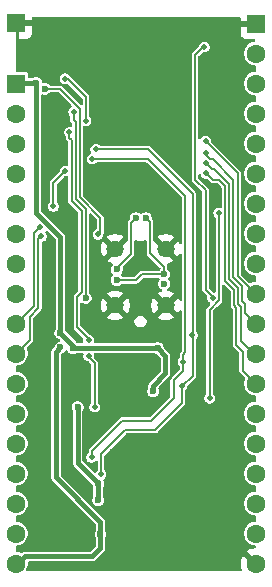
<source format=gbr>
%TF.GenerationSoftware,KiCad,Pcbnew,9.0.7-9.0.7~ubuntu22.04.1*%
%TF.CreationDate,2026-02-09T21:17:04-07:00*%
%TF.ProjectId,ESP32-S3-MINI-1_UU,45535033-322d-4533-932d-4d494e492d31,rev?*%
%TF.SameCoordinates,Original*%
%TF.FileFunction,Copper,L2,Bot*%
%TF.FilePolarity,Positive*%
%FSLAX46Y46*%
G04 Gerber Fmt 4.6, Leading zero omitted, Abs format (unit mm)*
G04 Created by KiCad (PCBNEW 9.0.7-9.0.7~ubuntu22.04.1) date 2026-02-09 21:17:04*
%MOMM*%
%LPD*%
G01*
G04 APERTURE LIST*
%TA.AperFunction,ComponentPad*%
%ADD10R,1.600000X1.600000*%
%TD*%
%TA.AperFunction,ComponentPad*%
%ADD11C,1.600000*%
%TD*%
%TA.AperFunction,ComponentPad*%
%ADD12C,1.460000*%
%TD*%
%TA.AperFunction,ViaPad*%
%ADD13C,0.500000*%
%TD*%
%TA.AperFunction,ViaPad*%
%ADD14C,0.600000*%
%TD*%
%TA.AperFunction,Conductor*%
%ADD15C,0.150000*%
%TD*%
%TA.AperFunction,Conductor*%
%ADD16C,0.200000*%
%TD*%
%TA.AperFunction,Conductor*%
%ADD17C,0.400000*%
%TD*%
G04 APERTURE END LIST*
D10*
%TO.P,J5,1,1*%
%TO.N,3V3*%
X189840000Y-74360000D03*
D11*
%TO.P,J5,2,2*%
%TO.N,LED*%
X189840000Y-76900000D03*
%TO.P,J5,3,3*%
%TO.N,IO3*%
X189840000Y-79440000D03*
%TO.P,J5,4,4*%
%TO.N,IO4*%
X189840000Y-81980000D03*
%TO.P,J5,5,5*%
%TO.N,IO5*%
X189840000Y-84520000D03*
%TO.P,J5,6,6*%
%TO.N,IO6*%
X189840000Y-87060000D03*
%TO.P,J5,7,7*%
%TO.N,IO7*%
X189840000Y-89600000D03*
%TO.P,J5,8,8*%
%TO.N,IO10*%
X189840000Y-92140000D03*
%TO.P,J5,9,9*%
%TO.N,IO11*%
X189840000Y-94680000D03*
%TO.P,J5,10,10*%
%TO.N,IO12*%
X189840000Y-97220000D03*
%TO.P,J5,11,11*%
%TO.N,IO13*%
X189840000Y-99760000D03*
%TO.P,J5,12,12*%
%TO.N,IO14*%
X189840000Y-102300000D03*
%TO.P,J5,13,13*%
%TO.N,IO15*%
X189840000Y-104840000D03*
%TO.P,J5,14,14*%
%TO.N,IO16*%
X189840000Y-107380000D03*
%TO.P,J5,15,15*%
%TO.N,IO17*%
X189840000Y-109920000D03*
%TO.P,J5,16,16*%
%TO.N,IO18*%
X189840000Y-112460000D03*
%TO.P,J5,17,17*%
%TO.N,V_USB*%
X189840000Y-115000000D03*
%TD*%
D10*
%TO.P,J6,1,1*%
%TO.N,GND*%
X210160000Y-69280000D03*
D11*
%TO.P,J6,2,2*%
%TO.N,IO46*%
X210160000Y-71820000D03*
%TO.P,J6,3,3*%
%TO.N,IO45*%
X210160000Y-74360000D03*
%TO.P,J6,4,4*%
%TO.N,RX*%
X210160000Y-76900000D03*
%TO.P,J6,5,5*%
%TO.N,TX*%
X210160000Y-79440000D03*
%TO.P,J6,6,6*%
%TO.N,MTMS*%
X210160000Y-81980000D03*
%TO.P,J6,7,7*%
%TO.N,MTDI*%
X210160000Y-84520000D03*
%TO.P,J6,8,8*%
%TO.N,MTDO*%
X210160000Y-87060000D03*
%TO.P,J6,9,9*%
%TO.N,MTCK*%
X210160000Y-89600000D03*
%TO.P,J6,10,10*%
%TO.N,IO38*%
X210160000Y-92140000D03*
%TO.P,J6,11,11*%
%TO.N,IO37*%
X210160000Y-94680000D03*
%TO.P,J6,12,12*%
%TO.N,IO36*%
X210160000Y-97220000D03*
%TO.P,J6,13,13*%
%TO.N,IO35*%
X210160000Y-99760000D03*
%TO.P,J6,14,14*%
%TO.N,IO34*%
X210160000Y-102300000D03*
%TO.P,J6,15,15*%
%TO.N,IO33*%
X210160000Y-104840000D03*
%TO.P,J6,16,16*%
%TO.N,IO47*%
X210160000Y-107380000D03*
%TO.P,J6,17,17*%
%TO.N,IO26*%
X210160000Y-109920000D03*
%TO.P,J6,18,18*%
%TO.N,IO21*%
X210160000Y-112460000D03*
%TO.P,J6,19,19*%
%TO.N,GND*%
X210160000Y-115000000D03*
%TD*%
D10*
%TO.P,J4,1,1*%
%TO.N,GND*%
X189875000Y-69270000D03*
%TD*%
D12*
%TO.P,J2,MH1,MH1*%
%TO.N,GND*%
X198235000Y-93150000D03*
%TO.P,J2,MH2,MH2*%
X198235000Y-88350000D03*
%TO.P,J2,MH3,MH3*%
X202535000Y-88350000D03*
%TO.P,J2,MH4,MH4*%
X202535000Y-93150000D03*
%TD*%
D13*
%TO.N,GND*%
X206900000Y-95400000D03*
X204200000Y-71000000D03*
X204200000Y-81900000D03*
X205324999Y-87303016D03*
X196300000Y-86400000D03*
D14*
X203293413Y-97306587D03*
X194100000Y-101750000D03*
X195750000Y-98850000D03*
X198250000Y-111450000D03*
X192100000Y-113400000D03*
X198050000Y-105521130D03*
X207750000Y-114750000D03*
D13*
X194250000Y-71000000D03*
D14*
X198250000Y-95500000D03*
D13*
X196000000Y-93750000D03*
X195900000Y-82500000D03*
D14*
X197800000Y-108100000D03*
D13*
X200500000Y-100400000D03*
X202500000Y-86500000D03*
D14*
X202500000Y-95500000D03*
X197800000Y-109700000D03*
X203385000Y-91750000D03*
X198290000Y-98000000D03*
X196635000Y-90240000D03*
D13*
X195250000Y-96100000D03*
D14*
X194300000Y-111100000D03*
D13*
X196000000Y-104750000D03*
X205000000Y-103750000D03*
X207000000Y-84475000D03*
X202500000Y-104500000D03*
D14*
X200385000Y-88750000D03*
X200385000Y-92750000D03*
D13*
X197250000Y-101750000D03*
X194500000Y-89500000D03*
X198250000Y-86500000D03*
D14*
X205900000Y-78400000D03*
D13*
X205500000Y-101500000D03*
D14*
%TO.N,VSYS*%
X196800000Y-109620000D03*
X196800000Y-108200000D03*
X195067500Y-101750000D03*
%TO.N,V_USB*%
X197000000Y-112480000D03*
X193600000Y-96700000D03*
D13*
%TO.N,IO36*%
X205900000Y-81081823D03*
%TO.N,IO35*%
X205947135Y-81954671D03*
%TO.N,BAT_ALRT*%
X196000000Y-96100000D03*
X196500000Y-101750000D03*
X194374000Y-78500000D03*
X195775000Y-77500000D03*
X196000000Y-97412500D03*
X194000000Y-73950000D03*
%TO.N,LED*%
X196800000Y-87125641D03*
D14*
X192300000Y-74800000D03*
D13*
%TO.N,IO37*%
X205900000Y-80250000D03*
D14*
%TO.N,3V3*%
X201450000Y-100400000D03*
X201850000Y-96750000D03*
X193600000Y-95475000D03*
X194675000Y-96750000D03*
X191549000Y-74300000D03*
D13*
%TO.N,SCL*%
X196300000Y-80750000D03*
X203986000Y-97912500D03*
X196259998Y-106001619D03*
%TO.N,SDA*%
X197052983Y-107441051D03*
X196600000Y-79900000D03*
X204788255Y-95663204D03*
X203900000Y-100000000D03*
D14*
%TO.N,D+*%
X202385000Y-90500000D03*
X200850000Y-85750000D03*
X198385000Y-91000000D03*
D13*
%TO.N,RGB*%
X207000000Y-85300000D03*
X206250000Y-101000000D03*
D14*
%TO.N,D-*%
X202385000Y-91300000D03*
X200000000Y-85750000D03*
X198385000Y-90100000D03*
%TO.N,Net-(S1-NO)*%
X195750000Y-92500000D03*
D13*
X194725000Y-76750000D03*
%TO.N,Net-(S2-NO)*%
X205800000Y-71250000D03*
X206500000Y-92500000D03*
%TO.N,IO12*%
X192000000Y-87300000D03*
%TO.N,IO11*%
X193000000Y-84750000D03*
X194000000Y-81750000D03*
X191876000Y-86545238D03*
%TO.N,IO38*%
X205900000Y-79250000D03*
%TD*%
D15*
%TO.N,Net-(S2-NO)*%
X206500000Y-92500000D02*
X206500000Y-92400000D01*
X205900000Y-91800000D02*
X205900000Y-83400000D01*
X206500000Y-92400000D02*
X205900000Y-91800000D01*
X205900000Y-83400000D02*
X205000000Y-82500000D01*
X205000000Y-82500000D02*
X205000000Y-71951000D01*
X205000000Y-71951000D02*
X205600000Y-71351000D01*
%TO.N,RGB*%
X206250000Y-101000000D02*
X206250000Y-93493877D01*
X206250000Y-93493877D02*
X207026000Y-92717877D01*
X207026000Y-92717877D02*
X207026000Y-85401000D01*
X206900000Y-85300000D02*
X207000000Y-85300000D01*
D16*
X207000000Y-85200000D02*
X207000000Y-85300000D01*
D15*
%TO.N,SDA*%
X196600000Y-79900000D02*
X201000000Y-79900000D01*
X201000000Y-79900000D02*
X204800000Y-83700000D01*
X204800000Y-83700000D02*
X204800000Y-95500000D01*
%TO.N,SCL*%
X196300000Y-80750000D02*
X201050000Y-80750000D01*
X201050000Y-80750000D02*
X204187255Y-83887255D01*
X204187255Y-83887255D02*
X204187255Y-97112745D01*
X204187255Y-97112745D02*
X204000000Y-97300000D01*
X204000000Y-97300000D02*
X204000000Y-97786000D01*
D17*
%TO.N,V_USB*%
X197000000Y-112480000D02*
X197000000Y-113700000D01*
X197000000Y-113700000D02*
X196300000Y-114400000D01*
X190641000Y-114400000D02*
X190041000Y-115000000D01*
X196300000Y-114400000D02*
X190641000Y-114400000D01*
%TO.N,VSYS*%
X196800000Y-108200000D02*
X195067500Y-106467500D01*
X196800000Y-108200000D02*
X196800000Y-109620000D01*
X195067500Y-106467500D02*
X195067500Y-101750000D01*
%TO.N,V_USB*%
X189951000Y-114799000D02*
X189875000Y-114799000D01*
X193250000Y-97050000D02*
X193600000Y-96700000D01*
X197000000Y-111450000D02*
X193250000Y-107700000D01*
X193250000Y-107700000D02*
X193250000Y-97050000D01*
X197000000Y-112480000D02*
X197000000Y-111450000D01*
D15*
%TO.N,IO36*%
X207898000Y-82898000D02*
X207898000Y-90905777D01*
X208899000Y-96149000D02*
X209970000Y-97220000D01*
X208649000Y-91656777D02*
X208649000Y-93000000D01*
X208000000Y-91007778D02*
X208649000Y-91656777D01*
X207898000Y-90905777D02*
X208000000Y-91007778D01*
X206600000Y-81600000D02*
X207898000Y-82898000D01*
X209970000Y-97220000D02*
X210125000Y-97220000D01*
X208899000Y-93250000D02*
X208899000Y-96149000D01*
X205899488Y-81081311D02*
X206418177Y-81600000D01*
X206418177Y-81600000D02*
X206600000Y-81600000D01*
X208649000Y-93000000D02*
X208899000Y-93250000D01*
%TO.N,IO35*%
X208500000Y-96516000D02*
X208500000Y-93347389D01*
X207546999Y-91051164D02*
X207547000Y-90750000D01*
X208298000Y-93145389D02*
X208298000Y-91802166D01*
X207547000Y-90750000D02*
X207547000Y-83047000D01*
X208298000Y-91802166D02*
X207546999Y-91051164D01*
X209032500Y-98667500D02*
X209032500Y-97048500D01*
X207547000Y-83047000D02*
X207000000Y-82500000D01*
X208500000Y-93347389D02*
X208298000Y-93145389D01*
X206492464Y-82500000D02*
X205947135Y-81954671D01*
X207000000Y-82500000D02*
X206492464Y-82500000D01*
X210125000Y-99760000D02*
X209032500Y-98667500D01*
X209032500Y-97048500D02*
X208500000Y-96516000D01*
%TO.N,BAT_ALRT*%
X195775000Y-75525000D02*
X195775000Y-77500000D01*
X195399000Y-85145388D02*
X194548000Y-84294388D01*
X194548000Y-79173000D02*
X194374000Y-78999000D01*
X196000000Y-96100000D02*
X196000000Y-96000000D01*
X194000000Y-73950000D02*
X194050000Y-74000000D01*
X195000000Y-92435412D02*
X195399000Y-92036412D01*
X196000000Y-97500000D02*
X196000000Y-97412500D01*
X194050000Y-74000000D02*
X194250000Y-74000000D01*
X194548000Y-84294388D02*
X194548000Y-79173000D01*
X194250000Y-74000000D02*
X195775000Y-75525000D01*
X196500000Y-98000000D02*
X196000000Y-97500000D01*
X194374000Y-78999000D02*
X194374000Y-78500000D01*
X196000000Y-96000000D02*
X195000000Y-95000000D01*
X195399000Y-92036412D02*
X195399000Y-85145388D01*
X195000000Y-95000000D02*
X195000000Y-92435412D01*
X196500000Y-101750000D02*
X196500000Y-98000000D01*
%TO.N,LED*%
X197000000Y-85750000D02*
X195250000Y-84000000D01*
D16*
X192300000Y-74800000D02*
X192250000Y-74750000D01*
D15*
X196800000Y-87125641D02*
X197000000Y-86925641D01*
X195250000Y-76500000D02*
X193550000Y-74800000D01*
X195250000Y-84000000D02*
X195250000Y-76500000D01*
X193550000Y-74800000D02*
X192300000Y-74800000D01*
X197000000Y-86925641D02*
X197000000Y-85750000D01*
%TO.N,IO37*%
X206500000Y-80750000D02*
X208249000Y-82499000D01*
X209000000Y-91511389D02*
X209000000Y-92750000D01*
X209250000Y-93805000D02*
X210125000Y-94680000D01*
X209000000Y-92750000D02*
X209250000Y-93000000D01*
X206310640Y-80750000D02*
X206500000Y-80750000D01*
X209250000Y-93000000D02*
X209250000Y-93805000D01*
X208249000Y-82499000D02*
X208249000Y-90760389D01*
X208249000Y-90760389D02*
X209000000Y-91511389D01*
X205943192Y-80382552D02*
X206310640Y-80750000D01*
D17*
%TO.N,3V3*%
X193600000Y-87350000D02*
X193600000Y-95475000D01*
X191549000Y-74300000D02*
X191549000Y-85299000D01*
X194675000Y-96550000D02*
X193600000Y-95475000D01*
X194675000Y-96625000D02*
X194675000Y-96750000D01*
X191549000Y-85299000D02*
X193600000Y-87350000D01*
X189935000Y-74300000D02*
X189875000Y-74360000D01*
X201850000Y-96750000D02*
X194800000Y-96750000D01*
X202500000Y-97400000D02*
X202500000Y-98900000D01*
X201850000Y-96750000D02*
X202500000Y-97400000D01*
X202500000Y-98900000D02*
X201450000Y-99950000D01*
X201450000Y-99950000D02*
X201450000Y-100400000D01*
X194675000Y-96750000D02*
X194675000Y-96550000D01*
X194800000Y-96750000D02*
X194675000Y-96625000D01*
X191549000Y-74300000D02*
X189935000Y-74300000D01*
D15*
%TO.N,SCL*%
X196259998Y-105440002D02*
X198800000Y-102900000D01*
X196259998Y-106001619D02*
X196259998Y-105440002D01*
X201300000Y-102900000D02*
X203200000Y-101000000D01*
X203200000Y-101000000D02*
X203200000Y-99500000D01*
X196350000Y-80800000D02*
X196300000Y-80750000D01*
D16*
X203986000Y-97800000D02*
X204000000Y-97786000D01*
D15*
X198800000Y-102900000D02*
X201300000Y-102900000D01*
X203986000Y-98714000D02*
X203986000Y-97912500D01*
X203200000Y-99500000D02*
X203986000Y-98714000D01*
%TO.N,SDA*%
X197052983Y-105703559D02*
X197052983Y-107441051D01*
X199056542Y-103700000D02*
X197052983Y-105703559D01*
X199100000Y-103700000D02*
X199056542Y-103700000D01*
X203900000Y-101400000D02*
X201600000Y-103700000D01*
X203900000Y-100000000D02*
X203900000Y-101400000D01*
X201600000Y-103700000D02*
X199100000Y-103700000D01*
X197052983Y-107441051D02*
X197100000Y-107394034D01*
D16*
X204800000Y-95651459D02*
X204800000Y-95500000D01*
D15*
X204800000Y-99100000D02*
X204800000Y-95500000D01*
X203900000Y-100000000D02*
X204800000Y-99100000D01*
D16*
X204788255Y-95663204D02*
X204800000Y-95651459D01*
D15*
%TO.N,D+*%
X201181000Y-88681000D02*
X201181000Y-86081000D01*
X202385000Y-90500000D02*
X202385000Y-89885000D01*
X202385000Y-89885000D02*
X201181000Y-88681000D01*
D16*
X200500000Y-90500000D02*
X202385000Y-90500000D01*
X200000000Y-91000000D02*
X200500000Y-90500000D01*
D15*
X201181000Y-86081000D02*
X200850000Y-85750000D01*
D16*
X198385000Y-91000000D02*
X200000000Y-91000000D01*
D15*
%TO.N,D-*%
X199589000Y-86161000D02*
X200000000Y-85750000D01*
X199589000Y-88796000D02*
X199589000Y-86161000D01*
X198385000Y-90000000D02*
X199589000Y-88796000D01*
D16*
X198385000Y-90100000D02*
X198385000Y-90000000D01*
D15*
%TO.N,Net-(S1-NO)*%
X194899000Y-77649000D02*
X194899000Y-84149000D01*
X194899000Y-84149000D02*
X195750000Y-85000000D01*
X194725000Y-76750000D02*
X194725000Y-77475000D01*
X194725000Y-77475000D02*
X194899000Y-77649000D01*
X195750000Y-85000000D02*
X195750000Y-92500000D01*
D16*
%TO.N,Net-(S2-NO)*%
X205750000Y-71351000D02*
X205800000Y-71301000D01*
X205750000Y-71250000D02*
X205801000Y-71301000D01*
D15*
%TO.N,IO12*%
X191751000Y-87549000D02*
X191751000Y-93349000D01*
X191000000Y-94100000D02*
X191000000Y-96100000D01*
X190900000Y-96200000D02*
X190895000Y-96200000D01*
X191000000Y-96100000D02*
X190900000Y-96200000D01*
X192000000Y-87300000D02*
X191751000Y-87549000D01*
X190895000Y-96200000D02*
X189875000Y-97220000D01*
X191751000Y-93349000D02*
X191000000Y-94100000D01*
%TO.N,IO11*%
X193000000Y-82750000D02*
X194000000Y-81750000D01*
X191400000Y-87021238D02*
X191400000Y-93155000D01*
X191876000Y-86545238D02*
X191400000Y-87021238D01*
X191400000Y-93155000D02*
X189875000Y-94680000D01*
X193000000Y-84750000D02*
X193000000Y-82750000D01*
%TO.N,IO38*%
X208600000Y-81950000D02*
X208600000Y-90615000D01*
X205900000Y-79250000D02*
X208600000Y-81950000D01*
X205750000Y-79250000D02*
X206000000Y-79250000D01*
X208600000Y-90615000D02*
X210125000Y-92140000D01*
%TD*%
%TA.AperFunction,Conductor*%
%TO.N,GND*%
G36*
X203564359Y-89025807D02*
G01*
X203564360Y-89025806D01*
X203586985Y-88994665D01*
X203586993Y-88994652D01*
X203677097Y-88817815D01*
X203679149Y-88818860D01*
X203717006Y-88771856D01*
X203783293Y-88749772D01*
X203850998Y-88767032D01*
X203898623Y-88818155D01*
X203911755Y-88873692D01*
X203911755Y-92626307D01*
X203892070Y-92693346D01*
X203839266Y-92739101D01*
X203770108Y-92749045D01*
X203706552Y-92720020D01*
X203678673Y-92681381D01*
X203677097Y-92682185D01*
X203586991Y-92505343D01*
X203564359Y-92474192D01*
X203034292Y-93004259D01*
X203019563Y-92949288D01*
X202951104Y-92830713D01*
X202854287Y-92733896D01*
X202735712Y-92665437D01*
X202680739Y-92650707D01*
X203210806Y-92120639D01*
X203210806Y-92120638D01*
X203179662Y-92098011D01*
X203007158Y-92010116D01*
X202823022Y-91950286D01*
X202726799Y-91935046D01*
X202663664Y-91905117D01*
X202626733Y-91845805D01*
X202627731Y-91775943D01*
X202666341Y-91717710D01*
X202684199Y-91705185D01*
X202692314Y-91700500D01*
X202785500Y-91607314D01*
X202851392Y-91493186D01*
X202885500Y-91365892D01*
X202885500Y-91234108D01*
X202851392Y-91106814D01*
X202785500Y-90992686D01*
X202780495Y-90987681D01*
X202747010Y-90926358D01*
X202751994Y-90856666D01*
X202780495Y-90812319D01*
X202785500Y-90807314D01*
X202851392Y-90693186D01*
X202885500Y-90565892D01*
X202885500Y-90434108D01*
X202851392Y-90306814D01*
X202785500Y-90192686D01*
X202696819Y-90104005D01*
X202663334Y-90042682D01*
X202660500Y-90016324D01*
X202660500Y-89830201D01*
X202660499Y-89830197D01*
X202627567Y-89750693D01*
X202621672Y-89736463D01*
X202614200Y-89666994D01*
X202645472Y-89604513D01*
X202705560Y-89568858D01*
X202716834Y-89566532D01*
X202823021Y-89549714D01*
X202823022Y-89549713D01*
X203007158Y-89489883D01*
X203179652Y-89401993D01*
X203179665Y-89401985D01*
X203210806Y-89379360D01*
X203210807Y-89379359D01*
X202680739Y-88849292D01*
X202735712Y-88834563D01*
X202854287Y-88766104D01*
X202951104Y-88669287D01*
X203019563Y-88550712D01*
X203034292Y-88495740D01*
X203564359Y-89025807D01*
G37*
%TD.AperFunction*%
%TA.AperFunction,Conductor*%
G36*
X200846664Y-87615175D02*
G01*
X200893356Y-87667153D01*
X200905500Y-87720672D01*
X200905500Y-88735800D01*
X200941562Y-88822861D01*
X200947443Y-88837059D01*
X202056104Y-89945719D01*
X202060441Y-89953663D01*
X202067689Y-89959088D01*
X202076925Y-89983850D01*
X202089589Y-90007042D01*
X202088943Y-90016070D01*
X202092107Y-90024552D01*
X202086490Y-90050374D01*
X202084605Y-90076734D01*
X202078787Y-90085786D01*
X202077256Y-90092826D01*
X202056105Y-90121080D01*
X202014006Y-90163180D01*
X201952684Y-90196666D01*
X201926324Y-90199500D01*
X200460438Y-90199500D01*
X200384010Y-90219978D01*
X200315489Y-90259540D01*
X200315486Y-90259542D01*
X199911848Y-90663181D01*
X199850525Y-90696666D01*
X199824167Y-90699500D01*
X198843676Y-90699500D01*
X198814235Y-90690855D01*
X198784249Y-90684332D01*
X198779233Y-90680577D01*
X198776637Y-90679815D01*
X198755995Y-90663181D01*
X198730495Y-90637681D01*
X198697010Y-90576358D01*
X198701994Y-90506666D01*
X198730495Y-90462319D01*
X198743292Y-90449522D01*
X198785500Y-90407314D01*
X198851392Y-90293186D01*
X198885500Y-90165892D01*
X198885500Y-90034108D01*
X198873388Y-89988905D01*
X198875051Y-89919056D01*
X198905482Y-89869132D01*
X199107621Y-89666994D01*
X199822557Y-88952059D01*
X199838091Y-88914557D01*
X199864500Y-88850800D01*
X199864500Y-87720672D01*
X199884185Y-87653633D01*
X199936989Y-87607878D01*
X200006147Y-87597934D01*
X200049588Y-87614580D01*
X200050182Y-87613471D01*
X200055563Y-87616347D01*
X200162133Y-87660489D01*
X200182130Y-87668772D01*
X200182134Y-87668772D01*
X200182135Y-87668773D01*
X200316496Y-87695500D01*
X200316499Y-87695500D01*
X200453503Y-87695500D01*
X200560622Y-87674192D01*
X200587870Y-87668772D01*
X200714443Y-87616344D01*
X200714448Y-87616340D01*
X200719818Y-87613471D01*
X200720661Y-87615048D01*
X200779284Y-87596692D01*
X200846664Y-87615175D01*
G37*
%TD.AperFunction*%
%TA.AperFunction,Conductor*%
G36*
X208803039Y-68720185D02*
G01*
X208848794Y-68772989D01*
X208860000Y-68824500D01*
X208860000Y-69030000D01*
X209844314Y-69030000D01*
X209839920Y-69034394D01*
X209787259Y-69125606D01*
X209760000Y-69227339D01*
X209760000Y-69332661D01*
X209787259Y-69434394D01*
X209839920Y-69525606D01*
X209844314Y-69530000D01*
X208860000Y-69530000D01*
X208860000Y-70127844D01*
X208866401Y-70187372D01*
X208866403Y-70187379D01*
X208916645Y-70322086D01*
X208916649Y-70322093D01*
X209002809Y-70437187D01*
X209002812Y-70437190D01*
X209117906Y-70523350D01*
X209117913Y-70523354D01*
X209252620Y-70573596D01*
X209252627Y-70573598D01*
X209312155Y-70579999D01*
X209312172Y-70580000D01*
X210006513Y-70580000D01*
X210073552Y-70599685D01*
X210119307Y-70652489D01*
X210129251Y-70721647D01*
X210100226Y-70785203D01*
X210041448Y-70822977D01*
X210030705Y-70825617D01*
X209868170Y-70857947D01*
X209868160Y-70857950D01*
X209686092Y-70933364D01*
X209686079Y-70933371D01*
X209522218Y-71042860D01*
X209522214Y-71042863D01*
X209382863Y-71182214D01*
X209382860Y-71182218D01*
X209273371Y-71346079D01*
X209273364Y-71346092D01*
X209197950Y-71528160D01*
X209197947Y-71528170D01*
X209159500Y-71721456D01*
X209159500Y-71721459D01*
X209159500Y-71918541D01*
X209159500Y-71918543D01*
X209159499Y-71918543D01*
X209197947Y-72111829D01*
X209197950Y-72111839D01*
X209273364Y-72293907D01*
X209273371Y-72293920D01*
X209382860Y-72457781D01*
X209382863Y-72457785D01*
X209522214Y-72597136D01*
X209522218Y-72597139D01*
X209686079Y-72706628D01*
X209686092Y-72706635D01*
X209868160Y-72782049D01*
X209868165Y-72782051D01*
X210059691Y-72820148D01*
X210121602Y-72852533D01*
X210156176Y-72913248D01*
X210159500Y-72941765D01*
X210159500Y-73238234D01*
X210139815Y-73305273D01*
X210087011Y-73351028D01*
X210059692Y-73359851D01*
X209868170Y-73397947D01*
X209868160Y-73397950D01*
X209686092Y-73473364D01*
X209686079Y-73473371D01*
X209522218Y-73582860D01*
X209522214Y-73582863D01*
X209382863Y-73722214D01*
X209382860Y-73722218D01*
X209273371Y-73886079D01*
X209273364Y-73886092D01*
X209197950Y-74068160D01*
X209197947Y-74068170D01*
X209159500Y-74261456D01*
X209159500Y-74261459D01*
X209159500Y-74458541D01*
X209159500Y-74458543D01*
X209159499Y-74458543D01*
X209197947Y-74651829D01*
X209197950Y-74651839D01*
X209273364Y-74833907D01*
X209273371Y-74833920D01*
X209382860Y-74997781D01*
X209382863Y-74997785D01*
X209522214Y-75137136D01*
X209522218Y-75137139D01*
X209686079Y-75246628D01*
X209686092Y-75246635D01*
X209825918Y-75304552D01*
X209868165Y-75322051D01*
X210059691Y-75360148D01*
X210121602Y-75392533D01*
X210156176Y-75453248D01*
X210159500Y-75481765D01*
X210159500Y-75778234D01*
X210139815Y-75845273D01*
X210087011Y-75891028D01*
X210059692Y-75899851D01*
X209868170Y-75937947D01*
X209868160Y-75937950D01*
X209686092Y-76013364D01*
X209686079Y-76013371D01*
X209522218Y-76122860D01*
X209522214Y-76122863D01*
X209382863Y-76262214D01*
X209382860Y-76262218D01*
X209273371Y-76426079D01*
X209273364Y-76426092D01*
X209197950Y-76608160D01*
X209197947Y-76608170D01*
X209159500Y-76801456D01*
X209159500Y-76801459D01*
X209159500Y-76998541D01*
X209159500Y-76998543D01*
X209159499Y-76998543D01*
X209197947Y-77191829D01*
X209197950Y-77191839D01*
X209273364Y-77373907D01*
X209273371Y-77373920D01*
X209382860Y-77537781D01*
X209382863Y-77537785D01*
X209522214Y-77677136D01*
X209522218Y-77677139D01*
X209686079Y-77786628D01*
X209686092Y-77786635D01*
X209864394Y-77860489D01*
X209868165Y-77862051D01*
X210059691Y-77900148D01*
X210121602Y-77932533D01*
X210156176Y-77993248D01*
X210159500Y-78021765D01*
X210159500Y-78318234D01*
X210139815Y-78385273D01*
X210087011Y-78431028D01*
X210059692Y-78439851D01*
X209868170Y-78477947D01*
X209868160Y-78477950D01*
X209686092Y-78553364D01*
X209686079Y-78553371D01*
X209522218Y-78662860D01*
X209522214Y-78662863D01*
X209382863Y-78802214D01*
X209382860Y-78802218D01*
X209273371Y-78966079D01*
X209273364Y-78966092D01*
X209197950Y-79148160D01*
X209197947Y-79148170D01*
X209159500Y-79341456D01*
X209159500Y-79341459D01*
X209159500Y-79538541D01*
X209159500Y-79538543D01*
X209159499Y-79538543D01*
X209197947Y-79731829D01*
X209197950Y-79731839D01*
X209273364Y-79913907D01*
X209273371Y-79913920D01*
X209382860Y-80077781D01*
X209382863Y-80077785D01*
X209522214Y-80217136D01*
X209522218Y-80217139D01*
X209686079Y-80326628D01*
X209686092Y-80326635D01*
X209837895Y-80389513D01*
X209868165Y-80402051D01*
X210059691Y-80440148D01*
X210121602Y-80472533D01*
X210156176Y-80533248D01*
X210159500Y-80561765D01*
X210159500Y-80858234D01*
X210139815Y-80925273D01*
X210087011Y-80971028D01*
X210059692Y-80979851D01*
X209868170Y-81017947D01*
X209868160Y-81017950D01*
X209686092Y-81093364D01*
X209686079Y-81093371D01*
X209522218Y-81202860D01*
X209522214Y-81202863D01*
X209382863Y-81342214D01*
X209382860Y-81342218D01*
X209273371Y-81506079D01*
X209273364Y-81506092D01*
X209197950Y-81688160D01*
X209197947Y-81688170D01*
X209159500Y-81881456D01*
X209159500Y-81881459D01*
X209159500Y-82078541D01*
X209159500Y-82078543D01*
X209159499Y-82078543D01*
X209197947Y-82271829D01*
X209197950Y-82271839D01*
X209273364Y-82453907D01*
X209273371Y-82453920D01*
X209382860Y-82617781D01*
X209382863Y-82617785D01*
X209522214Y-82757136D01*
X209522218Y-82757139D01*
X209686079Y-82866628D01*
X209686092Y-82866635D01*
X209804009Y-82915477D01*
X209868165Y-82942051D01*
X210059691Y-82980148D01*
X210121602Y-83012533D01*
X210156176Y-83073248D01*
X210159500Y-83101765D01*
X210159500Y-83398234D01*
X210139815Y-83465273D01*
X210087011Y-83511028D01*
X210059692Y-83519851D01*
X209868170Y-83557947D01*
X209868160Y-83557950D01*
X209686092Y-83633364D01*
X209686079Y-83633371D01*
X209522218Y-83742860D01*
X209522214Y-83742863D01*
X209382863Y-83882214D01*
X209382860Y-83882218D01*
X209273371Y-84046079D01*
X209273364Y-84046092D01*
X209197950Y-84228160D01*
X209197947Y-84228170D01*
X209159500Y-84421456D01*
X209159500Y-84421459D01*
X209159500Y-84618541D01*
X209159500Y-84618543D01*
X209159499Y-84618543D01*
X209197947Y-84811829D01*
X209197950Y-84811839D01*
X209273364Y-84993907D01*
X209273371Y-84993920D01*
X209382860Y-85157781D01*
X209382863Y-85157785D01*
X209522214Y-85297136D01*
X209522218Y-85297139D01*
X209686079Y-85406628D01*
X209686092Y-85406635D01*
X209799451Y-85453589D01*
X209868165Y-85482051D01*
X210059691Y-85520148D01*
X210121602Y-85552533D01*
X210156176Y-85613248D01*
X210159500Y-85641765D01*
X210159500Y-85938234D01*
X210139815Y-86005273D01*
X210087011Y-86051028D01*
X210059692Y-86059851D01*
X209868170Y-86097947D01*
X209868160Y-86097950D01*
X209686092Y-86173364D01*
X209686079Y-86173371D01*
X209522218Y-86282860D01*
X209522214Y-86282863D01*
X209382863Y-86422214D01*
X209382860Y-86422218D01*
X209273371Y-86586079D01*
X209273364Y-86586092D01*
X209197950Y-86768160D01*
X209197947Y-86768170D01*
X209159500Y-86961456D01*
X209159500Y-86961459D01*
X209159500Y-87158541D01*
X209159500Y-87158543D01*
X209159499Y-87158543D01*
X209197947Y-87351829D01*
X209197950Y-87351839D01*
X209273364Y-87533907D01*
X209273371Y-87533920D01*
X209382860Y-87697781D01*
X209382863Y-87697785D01*
X209522214Y-87837136D01*
X209522218Y-87837139D01*
X209686079Y-87946628D01*
X209686092Y-87946635D01*
X209868160Y-88022049D01*
X209868165Y-88022051D01*
X210059691Y-88060148D01*
X210121602Y-88092533D01*
X210156176Y-88153248D01*
X210159500Y-88181765D01*
X210159500Y-88478234D01*
X210139815Y-88545273D01*
X210087011Y-88591028D01*
X210059692Y-88599851D01*
X209868170Y-88637947D01*
X209868160Y-88637950D01*
X209686092Y-88713364D01*
X209686079Y-88713371D01*
X209522218Y-88822860D01*
X209522214Y-88822863D01*
X209382863Y-88962214D01*
X209382861Y-88962217D01*
X209273371Y-89126079D01*
X209273364Y-89126092D01*
X209197950Y-89308160D01*
X209197947Y-89308170D01*
X209159500Y-89501456D01*
X209159500Y-89501459D01*
X209159500Y-89698541D01*
X209159500Y-89698543D01*
X209159499Y-89698543D01*
X209197947Y-89891829D01*
X209197950Y-89891839D01*
X209273364Y-90073907D01*
X209273371Y-90073920D01*
X209382860Y-90237781D01*
X209382863Y-90237785D01*
X209522214Y-90377136D01*
X209522218Y-90377139D01*
X209686079Y-90486628D01*
X209686092Y-90486635D01*
X209808176Y-90537203D01*
X209868165Y-90562051D01*
X210059691Y-90600148D01*
X210121602Y-90632533D01*
X210156176Y-90693248D01*
X210159500Y-90721765D01*
X210159500Y-91018234D01*
X210139815Y-91085273D01*
X210087011Y-91131028D01*
X210059692Y-91139851D01*
X209868170Y-91177947D01*
X209868160Y-91177950D01*
X209721548Y-91238679D01*
X209652079Y-91246148D01*
X209589600Y-91214873D01*
X209586415Y-91211799D01*
X208911819Y-90537203D01*
X208878334Y-90475880D01*
X208875500Y-90449522D01*
X208875500Y-81895201D01*
X208875499Y-81895198D01*
X208867340Y-81875500D01*
X208867340Y-81875499D01*
X208833560Y-81793944D01*
X206386819Y-79347203D01*
X206353334Y-79285880D01*
X206350500Y-79259522D01*
X206350500Y-79190693D01*
X206350500Y-79190691D01*
X206319799Y-79076114D01*
X206260489Y-78973387D01*
X206176613Y-78889511D01*
X206073886Y-78830201D01*
X205959309Y-78799500D01*
X205840691Y-78799500D01*
X205726114Y-78830201D01*
X205726112Y-78830201D01*
X205726112Y-78830202D01*
X205623387Y-78889511D01*
X205623384Y-78889513D01*
X205539513Y-78973384D01*
X205539511Y-78973387D01*
X205506887Y-79029893D01*
X205456319Y-79078108D01*
X205387712Y-79091330D01*
X205322847Y-79065362D01*
X205282319Y-79008447D01*
X205275500Y-78967892D01*
X205275500Y-72116476D01*
X205295185Y-72049437D01*
X205311815Y-72028799D01*
X205610747Y-71729866D01*
X205672068Y-71696383D01*
X205730521Y-71697775D01*
X205734709Y-71698897D01*
X205740691Y-71700500D01*
X205740692Y-71700500D01*
X205859306Y-71700500D01*
X205859309Y-71700500D01*
X205973886Y-71669799D01*
X206076613Y-71610489D01*
X206160489Y-71526613D01*
X206219799Y-71423886D01*
X206250500Y-71309309D01*
X206250500Y-71190691D01*
X206219799Y-71076114D01*
X206160489Y-70973387D01*
X206076613Y-70889511D01*
X205973886Y-70830201D01*
X205859309Y-70799500D01*
X205740691Y-70799500D01*
X205626114Y-70830201D01*
X205626112Y-70830201D01*
X205626112Y-70830202D01*
X205523387Y-70889511D01*
X205523384Y-70889513D01*
X205439513Y-70973384D01*
X205439511Y-70973387D01*
X205380201Y-71076112D01*
X205350342Y-71187548D01*
X205318248Y-71243135D01*
X204843942Y-71717443D01*
X204766444Y-71794940D01*
X204724500Y-71896199D01*
X204724500Y-82554802D01*
X204766023Y-82655046D01*
X204766440Y-82656054D01*
X204766444Y-82656059D01*
X205588181Y-83477796D01*
X205621666Y-83539119D01*
X205624500Y-83565477D01*
X205624500Y-91854800D01*
X205664040Y-91950256D01*
X205664040Y-91950258D01*
X205666441Y-91956056D01*
X205666442Y-91956057D01*
X206020342Y-92309958D01*
X206053827Y-92371281D01*
X206052437Y-92429727D01*
X206049500Y-92440686D01*
X206049500Y-92440691D01*
X206049500Y-92559309D01*
X206080201Y-92673886D01*
X206139511Y-92776613D01*
X206223387Y-92860489D01*
X206246671Y-92873932D01*
X206254853Y-92878656D01*
X206303069Y-92929223D01*
X206316291Y-92997830D01*
X206290323Y-93062695D01*
X206280535Y-93073724D01*
X206093942Y-93260320D01*
X206016443Y-93337819D01*
X205974500Y-93439076D01*
X205974500Y-100587036D01*
X205954815Y-100654075D01*
X205938181Y-100674717D01*
X205889513Y-100723384D01*
X205889511Y-100723387D01*
X205830201Y-100826114D01*
X205799500Y-100940691D01*
X205799500Y-101059309D01*
X205830201Y-101173886D01*
X205889511Y-101276613D01*
X205973387Y-101360489D01*
X206076114Y-101419799D01*
X206190691Y-101450500D01*
X206190694Y-101450500D01*
X206309306Y-101450500D01*
X206309309Y-101450500D01*
X206423886Y-101419799D01*
X206526613Y-101360489D01*
X206610489Y-101276613D01*
X206669799Y-101173886D01*
X206700500Y-101059309D01*
X206700500Y-100940691D01*
X206669799Y-100826114D01*
X206610489Y-100723387D01*
X206561819Y-100674717D01*
X206528334Y-100613394D01*
X206525500Y-100587036D01*
X206525500Y-93659354D01*
X206545185Y-93592315D01*
X206561819Y-93571673D01*
X206886690Y-93246802D01*
X207259558Y-92873935D01*
X207259558Y-92873933D01*
X207259560Y-92873932D01*
X207287153Y-92807313D01*
X207301500Y-92772677D01*
X207301500Y-92663077D01*
X207301500Y-91494642D01*
X207321185Y-91427603D01*
X207373989Y-91381848D01*
X207443147Y-91371904D01*
X207506703Y-91400929D01*
X207513176Y-91406957D01*
X207986182Y-91879963D01*
X208019666Y-91941284D01*
X208022500Y-91967642D01*
X208022500Y-93200189D01*
X208060774Y-93292589D01*
X208064443Y-93301447D01*
X208190671Y-93427675D01*
X208193002Y-93430286D01*
X208206539Y-93458805D01*
X208221666Y-93486508D01*
X208222245Y-93491893D01*
X208222963Y-93493406D01*
X208222660Y-93495756D01*
X208224500Y-93512866D01*
X208224500Y-96570800D01*
X208250723Y-96634107D01*
X208256176Y-96647270D01*
X208256176Y-96647272D01*
X208260455Y-96657601D01*
X208266443Y-96672058D01*
X208266445Y-96672060D01*
X208720681Y-97126296D01*
X208754166Y-97187619D01*
X208757000Y-97213977D01*
X208757000Y-98722300D01*
X208798943Y-98823558D01*
X208798944Y-98823559D01*
X209211296Y-99235911D01*
X209244781Y-99297234D01*
X209239797Y-99366926D01*
X209238177Y-99371043D01*
X209197948Y-99468168D01*
X209197947Y-99468171D01*
X209159500Y-99661456D01*
X209159500Y-99661459D01*
X209159500Y-99858541D01*
X209159500Y-99858543D01*
X209159499Y-99858543D01*
X209197947Y-100051829D01*
X209197950Y-100051839D01*
X209273364Y-100233907D01*
X209273371Y-100233920D01*
X209382860Y-100397781D01*
X209382863Y-100397785D01*
X209522214Y-100537136D01*
X209522218Y-100537139D01*
X209686079Y-100646628D01*
X209686092Y-100646635D01*
X209832584Y-100707313D01*
X209868165Y-100722051D01*
X210059691Y-100760148D01*
X210121602Y-100792533D01*
X210156176Y-100853248D01*
X210159500Y-100881765D01*
X210159500Y-101178234D01*
X210139815Y-101245273D01*
X210087011Y-101291028D01*
X210059692Y-101299851D01*
X209868170Y-101337947D01*
X209868160Y-101337950D01*
X209686092Y-101413364D01*
X209686079Y-101413371D01*
X209522218Y-101522860D01*
X209522214Y-101522863D01*
X209382863Y-101662214D01*
X209382860Y-101662218D01*
X209273371Y-101826079D01*
X209273364Y-101826092D01*
X209197950Y-102008160D01*
X209197947Y-102008170D01*
X209159500Y-102201456D01*
X209159500Y-102201459D01*
X209159500Y-102398541D01*
X209159500Y-102398543D01*
X209159499Y-102398543D01*
X209197947Y-102591829D01*
X209197950Y-102591839D01*
X209273364Y-102773907D01*
X209273371Y-102773920D01*
X209382860Y-102937781D01*
X209382863Y-102937785D01*
X209522214Y-103077136D01*
X209522218Y-103077139D01*
X209686079Y-103186628D01*
X209686092Y-103186635D01*
X209868160Y-103262049D01*
X209868165Y-103262051D01*
X210059691Y-103300148D01*
X210121602Y-103332533D01*
X210156176Y-103393248D01*
X210159500Y-103421765D01*
X210159500Y-103718234D01*
X210139815Y-103785273D01*
X210087011Y-103831028D01*
X210059692Y-103839851D01*
X209868170Y-103877947D01*
X209868160Y-103877950D01*
X209686092Y-103953364D01*
X209686079Y-103953371D01*
X209522218Y-104062860D01*
X209522214Y-104062863D01*
X209382863Y-104202214D01*
X209382860Y-104202218D01*
X209273371Y-104366079D01*
X209273364Y-104366092D01*
X209197950Y-104548160D01*
X209197947Y-104548170D01*
X209159500Y-104741456D01*
X209159500Y-104741459D01*
X209159500Y-104938541D01*
X209159500Y-104938543D01*
X209159499Y-104938543D01*
X209197947Y-105131829D01*
X209197950Y-105131839D01*
X209273364Y-105313907D01*
X209273371Y-105313920D01*
X209382860Y-105477781D01*
X209382863Y-105477785D01*
X209522214Y-105617136D01*
X209522218Y-105617139D01*
X209686079Y-105726628D01*
X209686092Y-105726635D01*
X209868160Y-105802049D01*
X209868165Y-105802051D01*
X210059691Y-105840148D01*
X210121602Y-105872533D01*
X210156176Y-105933248D01*
X210159500Y-105961765D01*
X210159500Y-106258234D01*
X210139815Y-106325273D01*
X210087011Y-106371028D01*
X210059692Y-106379851D01*
X209868170Y-106417947D01*
X209868160Y-106417950D01*
X209686092Y-106493364D01*
X209686079Y-106493371D01*
X209522218Y-106602860D01*
X209522214Y-106602863D01*
X209382863Y-106742214D01*
X209382860Y-106742218D01*
X209273371Y-106906079D01*
X209273364Y-106906092D01*
X209197950Y-107088160D01*
X209197947Y-107088170D01*
X209159500Y-107281456D01*
X209159500Y-107281459D01*
X209159500Y-107478541D01*
X209159500Y-107478543D01*
X209159499Y-107478543D01*
X209197947Y-107671829D01*
X209197950Y-107671839D01*
X209273364Y-107853907D01*
X209273371Y-107853920D01*
X209382860Y-108017781D01*
X209382863Y-108017785D01*
X209522214Y-108157136D01*
X209522218Y-108157139D01*
X209686079Y-108266628D01*
X209686092Y-108266635D01*
X209868160Y-108342049D01*
X209868165Y-108342051D01*
X210059691Y-108380148D01*
X210121602Y-108412533D01*
X210156176Y-108473248D01*
X210159500Y-108501765D01*
X210159500Y-108798234D01*
X210139815Y-108865273D01*
X210087011Y-108911028D01*
X210059692Y-108919851D01*
X209868170Y-108957947D01*
X209868160Y-108957950D01*
X209686092Y-109033364D01*
X209686079Y-109033371D01*
X209522218Y-109142860D01*
X209522214Y-109142863D01*
X209382863Y-109282214D01*
X209382860Y-109282218D01*
X209273371Y-109446079D01*
X209273364Y-109446092D01*
X209197950Y-109628160D01*
X209197947Y-109628170D01*
X209159500Y-109821456D01*
X209159500Y-109821459D01*
X209159500Y-110018541D01*
X209159500Y-110018543D01*
X209159499Y-110018543D01*
X209197947Y-110211829D01*
X209197950Y-110211839D01*
X209273364Y-110393907D01*
X209273371Y-110393920D01*
X209382860Y-110557781D01*
X209382863Y-110557785D01*
X209522214Y-110697136D01*
X209522218Y-110697139D01*
X209686079Y-110806628D01*
X209686092Y-110806635D01*
X209868160Y-110882049D01*
X209868165Y-110882051D01*
X210059691Y-110920148D01*
X210121602Y-110952533D01*
X210156176Y-111013248D01*
X210159500Y-111041765D01*
X210159500Y-111338234D01*
X210139815Y-111405273D01*
X210087011Y-111451028D01*
X210059692Y-111459851D01*
X209868170Y-111497947D01*
X209868160Y-111497950D01*
X209686092Y-111573364D01*
X209686079Y-111573371D01*
X209522218Y-111682860D01*
X209522214Y-111682863D01*
X209382863Y-111822214D01*
X209382860Y-111822218D01*
X209273371Y-111986079D01*
X209273364Y-111986092D01*
X209197950Y-112168160D01*
X209197947Y-112168170D01*
X209159500Y-112361456D01*
X209159500Y-112361459D01*
X209159500Y-112558541D01*
X209159500Y-112558543D01*
X209159499Y-112558543D01*
X209197947Y-112751829D01*
X209197950Y-112751839D01*
X209273364Y-112933907D01*
X209273371Y-112933920D01*
X209382860Y-113097781D01*
X209382863Y-113097785D01*
X209522214Y-113237136D01*
X209522218Y-113237139D01*
X209686079Y-113346628D01*
X209686092Y-113346635D01*
X209868160Y-113422049D01*
X209868165Y-113422051D01*
X210000674Y-113448409D01*
X210049061Y-113458034D01*
X210110972Y-113490419D01*
X210145546Y-113551134D01*
X210141807Y-113620904D01*
X210100940Y-113677576D01*
X210044269Y-113702124D01*
X209855581Y-113732010D01*
X209660968Y-113795244D01*
X209478644Y-113888143D01*
X209434077Y-113920523D01*
X209434077Y-113920524D01*
X210113554Y-114600000D01*
X210107339Y-114600000D01*
X210005606Y-114627259D01*
X209914394Y-114679920D01*
X209839920Y-114754394D01*
X209787259Y-114845606D01*
X209760000Y-114947339D01*
X209760000Y-114953553D01*
X209080524Y-114274077D01*
X209080523Y-114274077D01*
X209048143Y-114318644D01*
X208955244Y-114500968D01*
X208892009Y-114695582D01*
X208860000Y-114897682D01*
X208860000Y-115102317D01*
X208892009Y-115304417D01*
X208956749Y-115503660D01*
X208955603Y-115504032D01*
X208962464Y-115567921D01*
X208931181Y-115630396D01*
X208871088Y-115666041D01*
X208840166Y-115669889D01*
X190847072Y-115630517D01*
X190780075Y-115610685D01*
X190734436Y-115557782D01*
X190724644Y-115488601D01*
X190732779Y-115459071D01*
X190802051Y-115291835D01*
X190829390Y-115154394D01*
X190840500Y-115098543D01*
X190840500Y-114924500D01*
X190860185Y-114857461D01*
X190912989Y-114811706D01*
X190964500Y-114800500D01*
X196352725Y-114800500D01*
X196352727Y-114800500D01*
X196454588Y-114773207D01*
X196545913Y-114720480D01*
X197320480Y-113945913D01*
X197373206Y-113854588D01*
X197373207Y-113854587D01*
X197400500Y-113752727D01*
X197400500Y-112820539D01*
X197417112Y-112758540D01*
X197466392Y-112673186D01*
X197500500Y-112545892D01*
X197500500Y-112414108D01*
X197466392Y-112286814D01*
X197417113Y-112201460D01*
X197400500Y-112139460D01*
X197400500Y-111397275D01*
X197400500Y-111397273D01*
X197373207Y-111295413D01*
X197373207Y-111295412D01*
X197320480Y-111204087D01*
X193686819Y-107570426D01*
X193653334Y-107509103D01*
X193650500Y-107482745D01*
X193650500Y-101684108D01*
X194567000Y-101684108D01*
X194567000Y-101815892D01*
X194601108Y-101943186D01*
X194650387Y-102028540D01*
X194667000Y-102090539D01*
X194667000Y-106520226D01*
X194694293Y-106622089D01*
X194720656Y-106667750D01*
X194747020Y-106713413D01*
X194747022Y-106713415D01*
X196276005Y-108242398D01*
X196280637Y-108249330D01*
X196284875Y-108252273D01*
X196292081Y-108266458D01*
X196302885Y-108282626D01*
X196305996Y-108290136D01*
X196333608Y-108393186D01*
X196386952Y-108485580D01*
X196390061Y-108493086D01*
X196392256Y-108513505D01*
X196399500Y-108540539D01*
X196399500Y-109279460D01*
X196382887Y-109341460D01*
X196333609Y-109426810D01*
X196333609Y-109426811D01*
X196299500Y-109554108D01*
X196299500Y-109685891D01*
X196333608Y-109813187D01*
X196338384Y-109821459D01*
X196399500Y-109927314D01*
X196492686Y-110020500D01*
X196606814Y-110086392D01*
X196734108Y-110120500D01*
X196734110Y-110120500D01*
X196865890Y-110120500D01*
X196865892Y-110120500D01*
X196993186Y-110086392D01*
X197107314Y-110020500D01*
X197200500Y-109927314D01*
X197266392Y-109813186D01*
X197300500Y-109685892D01*
X197300500Y-109554108D01*
X197266392Y-109426814D01*
X197217113Y-109341460D01*
X197200500Y-109279460D01*
X197200500Y-108540539D01*
X197217112Y-108478540D01*
X197266392Y-108393186D01*
X197300500Y-108265892D01*
X197300500Y-108134108D01*
X197266392Y-108006814D01*
X197266390Y-108006810D01*
X197255307Y-107987613D01*
X197238834Y-107919713D01*
X197261687Y-107853686D01*
X197300691Y-107818228D01*
X197329596Y-107801540D01*
X197413472Y-107717664D01*
X197472782Y-107614937D01*
X197503483Y-107500360D01*
X197503483Y-107381742D01*
X197472782Y-107267165D01*
X197413472Y-107164438D01*
X197364802Y-107115768D01*
X197331317Y-107054445D01*
X197328483Y-107028087D01*
X197328483Y-105869036D01*
X197348168Y-105801997D01*
X197364802Y-105781355D01*
X199134339Y-104011819D01*
X199195662Y-103978334D01*
X199222020Y-103975500D01*
X201654799Y-103975500D01*
X201654800Y-103975500D01*
X201756058Y-103933557D01*
X201833557Y-103856058D01*
X201833556Y-103856058D01*
X201892125Y-103797489D01*
X201892124Y-103797489D01*
X204133557Y-101556059D01*
X204155084Y-101504087D01*
X204175500Y-101454800D01*
X204175500Y-100412964D01*
X204195185Y-100345925D01*
X204211819Y-100325283D01*
X204260489Y-100276613D01*
X204319799Y-100173886D01*
X204350500Y-100059309D01*
X204350500Y-99990477D01*
X204370185Y-99923438D01*
X204386819Y-99902796D01*
X204675500Y-99614115D01*
X205033557Y-99256059D01*
X205063597Y-99183535D01*
X205075500Y-99154800D01*
X205075500Y-96064423D01*
X205095185Y-95997384D01*
X205111819Y-95976742D01*
X205127980Y-95960581D01*
X205148744Y-95939817D01*
X205208054Y-95837090D01*
X205238755Y-95722513D01*
X205238755Y-95603895D01*
X205208054Y-95489318D01*
X205148744Y-95386591D01*
X205111819Y-95349666D01*
X205078334Y-95288343D01*
X205075500Y-95261985D01*
X205075500Y-83645201D01*
X205075499Y-83645197D01*
X205070600Y-83633370D01*
X205070599Y-83633367D01*
X205033560Y-83543944D01*
X205033558Y-83543942D01*
X201156059Y-79666444D01*
X201156058Y-79666443D01*
X201126228Y-79654087D01*
X201126225Y-79654085D01*
X201126224Y-79654085D01*
X201054802Y-79624500D01*
X201054800Y-79624500D01*
X197012964Y-79624500D01*
X196945925Y-79604815D01*
X196925283Y-79588181D01*
X196876615Y-79539513D01*
X196876613Y-79539511D01*
X196773886Y-79480201D01*
X196659309Y-79449500D01*
X196540691Y-79449500D01*
X196426114Y-79480201D01*
X196426112Y-79480201D01*
X196426112Y-79480202D01*
X196323387Y-79539511D01*
X196323384Y-79539513D01*
X196239513Y-79623384D01*
X196239511Y-79623387D01*
X196180201Y-79726114D01*
X196149500Y-79840691D01*
X196149500Y-79959309D01*
X196180201Y-80073886D01*
X196220312Y-80143359D01*
X196236785Y-80211259D01*
X196213933Y-80277286D01*
X196159012Y-80320477D01*
X196145023Y-80325134D01*
X196126112Y-80330201D01*
X196023387Y-80389511D01*
X196023384Y-80389513D01*
X195939513Y-80473384D01*
X195939511Y-80473387D01*
X195908780Y-80526615D01*
X195880201Y-80576114D01*
X195849500Y-80690691D01*
X195849500Y-80809309D01*
X195880201Y-80923886D01*
X195939511Y-81026613D01*
X196023387Y-81110489D01*
X196126114Y-81169799D01*
X196240691Y-81200500D01*
X196240694Y-81200500D01*
X196359306Y-81200500D01*
X196359309Y-81200500D01*
X196473886Y-81169799D01*
X196576613Y-81110489D01*
X196625283Y-81061819D01*
X196686606Y-81028334D01*
X196712964Y-81025500D01*
X200884523Y-81025500D01*
X200951562Y-81045185D01*
X200972204Y-81061819D01*
X203875436Y-83965051D01*
X203908921Y-84026374D01*
X203911755Y-84052732D01*
X203911755Y-87826307D01*
X203892070Y-87893346D01*
X203839266Y-87939101D01*
X203770108Y-87949045D01*
X203706552Y-87920020D01*
X203678673Y-87881381D01*
X203677097Y-87882185D01*
X203586991Y-87705343D01*
X203564359Y-87674192D01*
X203564358Y-87674192D01*
X203034292Y-88204259D01*
X203019563Y-88149288D01*
X202951104Y-88030713D01*
X202854287Y-87933896D01*
X202735712Y-87865437D01*
X202680739Y-87850707D01*
X203210806Y-87320639D01*
X203210806Y-87320638D01*
X203179662Y-87298011D01*
X203007158Y-87210116D01*
X202823022Y-87150286D01*
X202631802Y-87120000D01*
X202438198Y-87120000D01*
X202246977Y-87150286D01*
X202062841Y-87210116D01*
X201890337Y-87298011D01*
X201859192Y-87320639D01*
X201859191Y-87320639D01*
X202389260Y-87850707D01*
X202334288Y-87865437D01*
X202215713Y-87933896D01*
X202118896Y-88030713D01*
X202050437Y-88149288D01*
X202035707Y-88204260D01*
X201492819Y-87661371D01*
X201478115Y-87634443D01*
X201461523Y-87608625D01*
X201460631Y-87602424D01*
X201459334Y-87600048D01*
X201456500Y-87573690D01*
X201456500Y-86026201D01*
X201456500Y-86026200D01*
X201438837Y-85983558D01*
X201414558Y-85924942D01*
X201376777Y-85887161D01*
X201369267Y-85875112D01*
X201363546Y-85854582D01*
X201353334Y-85835880D01*
X201350500Y-85809522D01*
X201350500Y-85684110D01*
X201350500Y-85684108D01*
X201316392Y-85556814D01*
X201250500Y-85442686D01*
X201157314Y-85349500D01*
X201100250Y-85316554D01*
X201043187Y-85283608D01*
X200953224Y-85259503D01*
X200915892Y-85249500D01*
X200784108Y-85249500D01*
X200656812Y-85283608D01*
X200542686Y-85349500D01*
X200542683Y-85349502D01*
X200512681Y-85379505D01*
X200451358Y-85412990D01*
X200381666Y-85408006D01*
X200337319Y-85379505D01*
X200307316Y-85349502D01*
X200307314Y-85349500D01*
X200250250Y-85316554D01*
X200193187Y-85283608D01*
X200103224Y-85259503D01*
X200065892Y-85249500D01*
X199934108Y-85249500D01*
X199806812Y-85283608D01*
X199692686Y-85349500D01*
X199692683Y-85349502D01*
X199599502Y-85442683D01*
X199599500Y-85442686D01*
X199533608Y-85556812D01*
X199499500Y-85684108D01*
X199499500Y-85809521D01*
X199490855Y-85838960D01*
X199484333Y-85868946D01*
X199480577Y-85873963D01*
X199479815Y-85876560D01*
X199463183Y-85897201D01*
X199432943Y-85927442D01*
X199355443Y-86004942D01*
X199313500Y-86106199D01*
X199313500Y-87573689D01*
X199293815Y-87640728D01*
X199277181Y-87661370D01*
X198734292Y-88204260D01*
X198719563Y-88149288D01*
X198651104Y-88030713D01*
X198554287Y-87933896D01*
X198435712Y-87865437D01*
X198380739Y-87850707D01*
X198910806Y-87320639D01*
X198910806Y-87320638D01*
X198879662Y-87298011D01*
X198707158Y-87210116D01*
X198523022Y-87150286D01*
X198331802Y-87120000D01*
X198138198Y-87120000D01*
X197946977Y-87150286D01*
X197762841Y-87210116D01*
X197590337Y-87298011D01*
X197559192Y-87320639D01*
X197559191Y-87320639D01*
X198089260Y-87850707D01*
X198034288Y-87865437D01*
X197915713Y-87933896D01*
X197818896Y-88030713D01*
X197750437Y-88149288D01*
X197735707Y-88204260D01*
X197215336Y-87683888D01*
X197181333Y-87708630D01*
X197095116Y-87877841D01*
X197035286Y-88061977D01*
X197005000Y-88253197D01*
X197005000Y-88446802D01*
X197035286Y-88638022D01*
X197095116Y-88822158D01*
X197183011Y-88994662D01*
X197205638Y-89025806D01*
X197205639Y-89025806D01*
X197735707Y-88495738D01*
X197750437Y-88550712D01*
X197818896Y-88669287D01*
X197915713Y-88766104D01*
X198034288Y-88834563D01*
X198089259Y-88849292D01*
X197559192Y-89379358D01*
X197559192Y-89379359D01*
X197590343Y-89401991D01*
X197762841Y-89489883D01*
X197946977Y-89549713D01*
X197946975Y-89549713D01*
X197948754Y-89549995D01*
X197949374Y-89550289D01*
X197951714Y-89550851D01*
X197951596Y-89551342D01*
X198011889Y-89579925D01*
X198048819Y-89639237D01*
X198047821Y-89709100D01*
X198017037Y-89760148D01*
X197984503Y-89792682D01*
X197984500Y-89792686D01*
X197918608Y-89906812D01*
X197906055Y-89953663D01*
X197884500Y-90034108D01*
X197884500Y-90165892D01*
X197892746Y-90196666D01*
X197918608Y-90293187D01*
X197926475Y-90306812D01*
X197984500Y-90407314D01*
X197984502Y-90407316D01*
X198039505Y-90462319D01*
X198072990Y-90523642D01*
X198068006Y-90593334D01*
X198039505Y-90637681D01*
X197984502Y-90692683D01*
X197984500Y-90692686D01*
X197918608Y-90806812D01*
X197884500Y-90934108D01*
X197884500Y-91065891D01*
X197918608Y-91193187D01*
X197945902Y-91240460D01*
X197984500Y-91307314D01*
X198077686Y-91400500D01*
X198191814Y-91466392D01*
X198319108Y-91500500D01*
X198319110Y-91500500D01*
X198450890Y-91500500D01*
X198450892Y-91500500D01*
X198578186Y-91466392D01*
X198692314Y-91400500D01*
X198755995Y-91336819D01*
X198817318Y-91303334D01*
X198843676Y-91300500D01*
X200039560Y-91300500D01*
X200039562Y-91300500D01*
X200115989Y-91280021D01*
X200184511Y-91240460D01*
X200240460Y-91184511D01*
X200588152Y-90836819D01*
X200649475Y-90803334D01*
X200675833Y-90800500D01*
X201880685Y-90800500D01*
X201947724Y-90820185D01*
X201993479Y-90872989D01*
X202003423Y-90942147D01*
X201988072Y-90986501D01*
X201984502Y-90992683D01*
X201984500Y-90992686D01*
X201969750Y-91018234D01*
X201918608Y-91106812D01*
X201891704Y-91207221D01*
X201884500Y-91234108D01*
X201884500Y-91365892D01*
X201893772Y-91400497D01*
X201918608Y-91493187D01*
X201951554Y-91550250D01*
X201984500Y-91607314D01*
X202077686Y-91700500D01*
X202107495Y-91717710D01*
X202174296Y-91756278D01*
X202222512Y-91806845D01*
X202235734Y-91875452D01*
X202209766Y-91940317D01*
X202152852Y-91980845D01*
X202150615Y-91981596D01*
X202062840Y-92010116D01*
X201890337Y-92098011D01*
X201859192Y-92120639D01*
X201859191Y-92120639D01*
X202389260Y-92650707D01*
X202334288Y-92665437D01*
X202215713Y-92733896D01*
X202118896Y-92830713D01*
X202050437Y-92949288D01*
X202035707Y-93004260D01*
X201505639Y-92474191D01*
X201505639Y-92474192D01*
X201483011Y-92505337D01*
X201395116Y-92677841D01*
X201335286Y-92861977D01*
X201305000Y-93053197D01*
X201305000Y-93246802D01*
X201335286Y-93438022D01*
X201395116Y-93622158D01*
X201483011Y-93794662D01*
X201505638Y-93825806D01*
X201505639Y-93825806D01*
X202035707Y-93295738D01*
X202050437Y-93350712D01*
X202118896Y-93469287D01*
X202215713Y-93566104D01*
X202334288Y-93634563D01*
X202389259Y-93649292D01*
X201859192Y-94179358D01*
X201859192Y-94179359D01*
X201890343Y-94201991D01*
X202062841Y-94289883D01*
X202246977Y-94349713D01*
X202438198Y-94380000D01*
X202631802Y-94380000D01*
X202823022Y-94349713D01*
X203007158Y-94289883D01*
X203179652Y-94201993D01*
X203179665Y-94201985D01*
X203210806Y-94179360D01*
X203210807Y-94179359D01*
X202680740Y-93649292D01*
X202735712Y-93634563D01*
X202854287Y-93566104D01*
X202951104Y-93469287D01*
X203019563Y-93350712D01*
X203034292Y-93295740D01*
X203564359Y-93825807D01*
X203564360Y-93825806D01*
X203586985Y-93794665D01*
X203586993Y-93794652D01*
X203677097Y-93617815D01*
X203679149Y-93618860D01*
X203717006Y-93571856D01*
X203783293Y-93549772D01*
X203850998Y-93567032D01*
X203898623Y-93618155D01*
X203911755Y-93673692D01*
X203911755Y-96947266D01*
X203903110Y-96976705D01*
X203896588Y-97006691D01*
X203892832Y-97011708D01*
X203892070Y-97014305D01*
X203875438Y-97034946D01*
X203843943Y-97066442D01*
X203766443Y-97143942D01*
X203724500Y-97245199D01*
X203724500Y-97485535D01*
X203704815Y-97552574D01*
X203688182Y-97573216D01*
X203625511Y-97635887D01*
X203594780Y-97689115D01*
X203566201Y-97738614D01*
X203535500Y-97853191D01*
X203535500Y-97971809D01*
X203566201Y-98086386D01*
X203625511Y-98189113D01*
X203625513Y-98189115D01*
X203674181Y-98237783D01*
X203707666Y-98299106D01*
X203710500Y-98325464D01*
X203710500Y-98548523D01*
X203690815Y-98615562D01*
X203674181Y-98636204D01*
X203043942Y-99266443D01*
X203031236Y-99279149D01*
X203018531Y-99291853D01*
X203018520Y-99291864D01*
X202966443Y-99343942D01*
X202962774Y-99352798D01*
X202962774Y-99352799D01*
X202924500Y-99445199D01*
X202924500Y-100834522D01*
X202904815Y-100901561D01*
X202888181Y-100922203D01*
X201222204Y-102588181D01*
X201160881Y-102621666D01*
X201134523Y-102624500D01*
X198745198Y-102624500D01*
X198673599Y-102654158D01*
X198643939Y-102666443D01*
X196103940Y-105206445D01*
X196026442Y-105283942D01*
X195984498Y-105385201D01*
X195984498Y-105588655D01*
X195964813Y-105655694D01*
X195948179Y-105676336D01*
X195899511Y-105725003D01*
X195899509Y-105725006D01*
X195846007Y-105817674D01*
X195840199Y-105827733D01*
X195809498Y-105942310D01*
X195809498Y-106060928D01*
X195840199Y-106175505D01*
X195899509Y-106278232D01*
X195983385Y-106362108D01*
X196086112Y-106421418D01*
X196200689Y-106452119D01*
X196200692Y-106452119D01*
X196319304Y-106452119D01*
X196319307Y-106452119D01*
X196433884Y-106421418D01*
X196536611Y-106362108D01*
X196565802Y-106332917D01*
X196627125Y-106299432D01*
X196696817Y-106304416D01*
X196752750Y-106346288D01*
X196777167Y-106411752D01*
X196777483Y-106420598D01*
X196777483Y-107028087D01*
X196757798Y-107095126D01*
X196753501Y-107101384D01*
X196747886Y-107109045D01*
X196692494Y-107164438D01*
X196637540Y-107259618D01*
X196633546Y-107265070D01*
X196610938Y-107282355D01*
X196590347Y-107301989D01*
X196583544Y-107303299D01*
X196578041Y-107307508D01*
X196549678Y-107309826D01*
X196521740Y-107315211D01*
X196515309Y-107312636D01*
X196508404Y-107313201D01*
X196483291Y-107299818D01*
X196456875Y-107289243D01*
X196447004Y-107280481D01*
X196446743Y-107280342D01*
X196446640Y-107280157D01*
X196445847Y-107279454D01*
X195504319Y-106337926D01*
X195470834Y-106276603D01*
X195468000Y-106250245D01*
X195468000Y-102090539D01*
X195484612Y-102028540D01*
X195533892Y-101943186D01*
X195568000Y-101815892D01*
X195568000Y-101684108D01*
X195533892Y-101556814D01*
X195468000Y-101442686D01*
X195374814Y-101349500D01*
X195288212Y-101299500D01*
X195260687Y-101283608D01*
X195197039Y-101266554D01*
X195133392Y-101249500D01*
X195001608Y-101249500D01*
X194874312Y-101283608D01*
X194760186Y-101349500D01*
X194760183Y-101349502D01*
X194667002Y-101442683D01*
X194667000Y-101442686D01*
X194601108Y-101556812D01*
X194572866Y-101662214D01*
X194567000Y-101684108D01*
X193650500Y-101684108D01*
X193650500Y-97299772D01*
X193670185Y-97232733D01*
X193722989Y-97186978D01*
X193742396Y-97180000D01*
X193793186Y-97166392D01*
X193907314Y-97100500D01*
X194000500Y-97007314D01*
X194015679Y-96981022D01*
X194066246Y-96932808D01*
X194134853Y-96919584D01*
X194199718Y-96945552D01*
X194230453Y-96981023D01*
X194274500Y-97057314D01*
X194367686Y-97150500D01*
X194430868Y-97186978D01*
X194481810Y-97216390D01*
X194481814Y-97216392D01*
X194609108Y-97250500D01*
X194609110Y-97250500D01*
X194740890Y-97250500D01*
X194740892Y-97250500D01*
X194868186Y-97216392D01*
X194918022Y-97187619D01*
X194953540Y-97167113D01*
X195015540Y-97150500D01*
X195442211Y-97150500D01*
X195509250Y-97170185D01*
X195555005Y-97222989D01*
X195564949Y-97292147D01*
X195561986Y-97306592D01*
X195549500Y-97353191D01*
X195549500Y-97471809D01*
X195580201Y-97586386D01*
X195639511Y-97689113D01*
X195723387Y-97772989D01*
X195826114Y-97832299D01*
X195940691Y-97863000D01*
X195940694Y-97863000D01*
X195948542Y-97865103D01*
X195947909Y-97867463D01*
X196000495Y-97890719D01*
X196008105Y-97897720D01*
X196188181Y-98077796D01*
X196221666Y-98139119D01*
X196224500Y-98165477D01*
X196224500Y-101337036D01*
X196204815Y-101404075D01*
X196188181Y-101424717D01*
X196139513Y-101473384D01*
X196139511Y-101473387D01*
X196080201Y-101576114D01*
X196049500Y-101690691D01*
X196049500Y-101809309D01*
X196080201Y-101923886D01*
X196139511Y-102026613D01*
X196223387Y-102110489D01*
X196326114Y-102169799D01*
X196440691Y-102200500D01*
X196440694Y-102200500D01*
X196559306Y-102200500D01*
X196559309Y-102200500D01*
X196673886Y-102169799D01*
X196776613Y-102110489D01*
X196860489Y-102026613D01*
X196919799Y-101923886D01*
X196950500Y-101809309D01*
X196950500Y-101690691D01*
X196919799Y-101576114D01*
X196860489Y-101473387D01*
X196811819Y-101424717D01*
X196778334Y-101363394D01*
X196775500Y-101337036D01*
X196775500Y-97945201D01*
X196775499Y-97945198D01*
X196757601Y-97901988D01*
X196757600Y-97901986D01*
X196743300Y-97867463D01*
X196733558Y-97843942D01*
X196482298Y-97592682D01*
X196448813Y-97531359D01*
X196446152Y-97511550D01*
X196445113Y-97491911D01*
X196450500Y-97471809D01*
X196450500Y-97353191D01*
X196434648Y-97294033D01*
X196433962Y-97281049D01*
X196439142Y-97259196D01*
X196439677Y-97236743D01*
X196447046Y-97225854D01*
X196450079Y-97213063D01*
X196466251Y-97197479D01*
X196478840Y-97178881D01*
X196490924Y-97173705D01*
X196500393Y-97164583D01*
X196522424Y-97160216D01*
X196543068Y-97151377D01*
X196557789Y-97150500D01*
X201509460Y-97150500D01*
X201571460Y-97167113D01*
X201606978Y-97187619D01*
X201656814Y-97216392D01*
X201752014Y-97241900D01*
X201807600Y-97273993D01*
X202063181Y-97529574D01*
X202096666Y-97590897D01*
X202099500Y-97617255D01*
X202099500Y-98682745D01*
X202079815Y-98749784D01*
X202063181Y-98770426D01*
X201129522Y-99704084D01*
X201129518Y-99704090D01*
X201076792Y-99795412D01*
X201076793Y-99795413D01*
X201049500Y-99897273D01*
X201049500Y-100059460D01*
X201032887Y-100121460D01*
X200983609Y-100206810D01*
X200983609Y-100206811D01*
X200949500Y-100334108D01*
X200949500Y-100465891D01*
X200983608Y-100593187D01*
X201010354Y-100639511D01*
X201049500Y-100707314D01*
X201142686Y-100800500D01*
X201256814Y-100866392D01*
X201384108Y-100900500D01*
X201384110Y-100900500D01*
X201515890Y-100900500D01*
X201515892Y-100900500D01*
X201643186Y-100866392D01*
X201757314Y-100800500D01*
X201850500Y-100707314D01*
X201916392Y-100593186D01*
X201950500Y-100465892D01*
X201950500Y-100334108D01*
X201916392Y-100206814D01*
X201916389Y-100206808D01*
X201906569Y-100189799D01*
X201890095Y-100121899D01*
X201912947Y-100055872D01*
X201926268Y-100040123D01*
X202820480Y-99145913D01*
X202873207Y-99054588D01*
X202900500Y-98952727D01*
X202900500Y-98847273D01*
X202900500Y-97347273D01*
X202878842Y-97266443D01*
X202878842Y-97266441D01*
X202873208Y-97245414D01*
X202873207Y-97245412D01*
X202820480Y-97154087D01*
X202373993Y-96707600D01*
X202341900Y-96652014D01*
X202316392Y-96556814D01*
X202250500Y-96442686D01*
X202157314Y-96349500D01*
X202078156Y-96303798D01*
X202043187Y-96283608D01*
X201979539Y-96266554D01*
X201915892Y-96249500D01*
X201784108Y-96249500D01*
X201656814Y-96283608D01*
X201656813Y-96283608D01*
X201656811Y-96283609D01*
X201656810Y-96283609D01*
X201571460Y-96332887D01*
X201509460Y-96349500D01*
X196561138Y-96349500D01*
X196494099Y-96329815D01*
X196448344Y-96277011D01*
X196438400Y-96207853D01*
X196441360Y-96193416D01*
X196450500Y-96159309D01*
X196450500Y-96040691D01*
X196419799Y-95926114D01*
X196360489Y-95823387D01*
X196276613Y-95739511D01*
X196225249Y-95709856D01*
X196173887Y-95680201D01*
X196063817Y-95650708D01*
X196008230Y-95618614D01*
X195311819Y-94922203D01*
X195278334Y-94860880D01*
X195275500Y-94834522D01*
X195275500Y-94432791D01*
X199874500Y-94432791D01*
X199874500Y-94567209D01*
X199900592Y-94664586D01*
X199909290Y-94697047D01*
X199909291Y-94697048D01*
X199976495Y-94813450D01*
X199976497Y-94813453D01*
X199976498Y-94813454D01*
X200071546Y-94908502D01*
X200187954Y-94975710D01*
X200317791Y-95010500D01*
X200317794Y-95010500D01*
X200452206Y-95010500D01*
X200452209Y-95010500D01*
X200582046Y-94975710D01*
X200698454Y-94908502D01*
X200793502Y-94813454D01*
X200860710Y-94697046D01*
X200895500Y-94567209D01*
X200895500Y-94432791D01*
X200860710Y-94302954D01*
X200860706Y-94302947D01*
X200797866Y-94194103D01*
X200797865Y-94194102D01*
X200793504Y-94186549D01*
X200793500Y-94186544D01*
X200698455Y-94091499D01*
X200698450Y-94091495D01*
X200582048Y-94024291D01*
X200582047Y-94024290D01*
X200549586Y-94015592D01*
X200452209Y-93989500D01*
X200317791Y-93989500D01*
X200239888Y-94010374D01*
X200187952Y-94024290D01*
X200187951Y-94024291D01*
X200071549Y-94091495D01*
X200071544Y-94091499D01*
X199976499Y-94186544D01*
X199976495Y-94186549D01*
X199909291Y-94302951D01*
X199909290Y-94302952D01*
X199908277Y-94306733D01*
X199874500Y-94432791D01*
X195275500Y-94432791D01*
X195275500Y-93053197D01*
X197005000Y-93053197D01*
X197005000Y-93246802D01*
X197035286Y-93438022D01*
X197095116Y-93622158D01*
X197183011Y-93794662D01*
X197205638Y-93825806D01*
X197205639Y-93825806D01*
X197735707Y-93295738D01*
X197750437Y-93350712D01*
X197818896Y-93469287D01*
X197915713Y-93566104D01*
X198034288Y-93634563D01*
X198089259Y-93649292D01*
X197559192Y-94179358D01*
X197559192Y-94179359D01*
X197590343Y-94201991D01*
X197762841Y-94289883D01*
X197946977Y-94349713D01*
X198138198Y-94380000D01*
X198331802Y-94380000D01*
X198523022Y-94349713D01*
X198655301Y-94306733D01*
X198655302Y-94306733D01*
X198707160Y-94289883D01*
X198879652Y-94201993D01*
X198879665Y-94201985D01*
X198910806Y-94179360D01*
X198910807Y-94179359D01*
X198380740Y-93649292D01*
X198435712Y-93634563D01*
X198554287Y-93566104D01*
X198651104Y-93469287D01*
X198719563Y-93350712D01*
X198734292Y-93295740D01*
X199264359Y-93825807D01*
X199264360Y-93825806D01*
X199286985Y-93794665D01*
X199286993Y-93794652D01*
X199374883Y-93622158D01*
X199434713Y-93438022D01*
X199465000Y-93246802D01*
X199465000Y-93053197D01*
X199434713Y-92861977D01*
X199374883Y-92677841D01*
X199286991Y-92505343D01*
X199264359Y-92474192D01*
X198734292Y-93004259D01*
X198719563Y-92949288D01*
X198651104Y-92830713D01*
X198554287Y-92733896D01*
X198435712Y-92665437D01*
X198380739Y-92650707D01*
X198910806Y-92120639D01*
X198910806Y-92120638D01*
X198879662Y-92098011D01*
X198707158Y-92010116D01*
X198523022Y-91950286D01*
X198331802Y-91920000D01*
X198138198Y-91920000D01*
X197946977Y-91950286D01*
X197762841Y-92010116D01*
X197590337Y-92098011D01*
X197559192Y-92120639D01*
X197559191Y-92120639D01*
X198089260Y-92650707D01*
X198034288Y-92665437D01*
X197915713Y-92733896D01*
X197818896Y-92830713D01*
X197750437Y-92949288D01*
X197735707Y-93004260D01*
X197205639Y-92474191D01*
X197205639Y-92474192D01*
X197183011Y-92505337D01*
X197095116Y-92677841D01*
X197035286Y-92861977D01*
X197005000Y-93053197D01*
X195275500Y-93053197D01*
X195275500Y-93018749D01*
X195295185Y-92951710D01*
X195347989Y-92905955D01*
X195417147Y-92896011D01*
X195461497Y-92911360D01*
X195556814Y-92966392D01*
X195684108Y-93000500D01*
X195684110Y-93000500D01*
X195815890Y-93000500D01*
X195815892Y-93000500D01*
X195943186Y-92966392D01*
X196057314Y-92900500D01*
X196150500Y-92807314D01*
X196216392Y-92693186D01*
X196250500Y-92565892D01*
X196250500Y-92434108D01*
X196216392Y-92306814D01*
X196150500Y-92192686D01*
X196058436Y-92100622D01*
X196055337Y-92097005D01*
X196042878Y-92069317D01*
X196028334Y-92042682D01*
X196027530Y-92035210D01*
X196026666Y-92033289D01*
X196027048Y-92030728D01*
X196025500Y-92016324D01*
X196025500Y-85464477D01*
X196045185Y-85397438D01*
X196097989Y-85351683D01*
X196167147Y-85341739D01*
X196230703Y-85370764D01*
X196237181Y-85376796D01*
X196688181Y-85827796D01*
X196721666Y-85889119D01*
X196724500Y-85915477D01*
X196724500Y-86584330D01*
X196704815Y-86651369D01*
X196652011Y-86697124D01*
X196632602Y-86704103D01*
X196626114Y-86705841D01*
X196523387Y-86765152D01*
X196523384Y-86765154D01*
X196439513Y-86849025D01*
X196439511Y-86849028D01*
X196380445Y-86951333D01*
X196380201Y-86951755D01*
X196349500Y-87066332D01*
X196349500Y-87184950D01*
X196380201Y-87299527D01*
X196439511Y-87402254D01*
X196523387Y-87486130D01*
X196626114Y-87545440D01*
X196740691Y-87576141D01*
X196740694Y-87576141D01*
X196859306Y-87576141D01*
X196859309Y-87576141D01*
X196973886Y-87545440D01*
X197076613Y-87486130D01*
X197160489Y-87402254D01*
X197219799Y-87299527D01*
X197250500Y-87184950D01*
X197250500Y-87066332D01*
X197250500Y-87065461D01*
X197259938Y-87018009D01*
X197275500Y-86980441D01*
X197275500Y-86870841D01*
X197275500Y-85695200D01*
X197265997Y-85672257D01*
X197233560Y-85593944D01*
X195561819Y-83922203D01*
X195528334Y-83860880D01*
X195525500Y-83834522D01*
X195525500Y-78061138D01*
X195545185Y-77994099D01*
X195597989Y-77948344D01*
X195667147Y-77938400D01*
X195681583Y-77941360D01*
X195715691Y-77950500D01*
X195715694Y-77950500D01*
X195834306Y-77950500D01*
X195834309Y-77950500D01*
X195948886Y-77919799D01*
X196051613Y-77860489D01*
X196135489Y-77776613D01*
X196194799Y-77673886D01*
X196225500Y-77559309D01*
X196225500Y-77440691D01*
X196194799Y-77326114D01*
X196135489Y-77223387D01*
X196086819Y-77174717D01*
X196053334Y-77113394D01*
X196050500Y-77087036D01*
X196050500Y-75470201D01*
X196050498Y-75470196D01*
X196008560Y-75368944D01*
X196008558Y-75368942D01*
X194436902Y-73797287D01*
X194417196Y-73771606D01*
X194360489Y-73673387D01*
X194276613Y-73589511D01*
X194173886Y-73530201D01*
X194059309Y-73499500D01*
X193940691Y-73499500D01*
X193826114Y-73530201D01*
X193826112Y-73530201D01*
X193826112Y-73530202D01*
X193723387Y-73589511D01*
X193723384Y-73589513D01*
X193639513Y-73673384D01*
X193639511Y-73673387D01*
X193580201Y-73776114D01*
X193549500Y-73890691D01*
X193549500Y-74009309D01*
X193580201Y-74123886D01*
X193639511Y-74226613D01*
X193723387Y-74310489D01*
X193826114Y-74369799D01*
X193940691Y-74400500D01*
X193940694Y-74400500D01*
X194059306Y-74400500D01*
X194059309Y-74400500D01*
X194149138Y-74376430D01*
X194218983Y-74378093D01*
X194268909Y-74408524D01*
X195463181Y-75602796D01*
X195496666Y-75664119D01*
X195499500Y-75690477D01*
X195499500Y-76060521D01*
X195479815Y-76127560D01*
X195427011Y-76173315D01*
X195357853Y-76183259D01*
X195294297Y-76154234D01*
X195287819Y-76148202D01*
X193733890Y-74594275D01*
X193706058Y-74566443D01*
X193676228Y-74554087D01*
X193604800Y-74524500D01*
X193602217Y-74524500D01*
X192783676Y-74524500D01*
X192716637Y-74504815D01*
X192695995Y-74488181D01*
X192607316Y-74399502D01*
X192607314Y-74399500D01*
X192549103Y-74365892D01*
X192493187Y-74333608D01*
X192402011Y-74309178D01*
X192365892Y-74299500D01*
X192234108Y-74299500D01*
X192234106Y-74299500D01*
X192197987Y-74309178D01*
X192128137Y-74307514D01*
X192070275Y-74268351D01*
X192046121Y-74221498D01*
X192015392Y-74106814D01*
X191949500Y-73992686D01*
X191856314Y-73899500D01*
X191799250Y-73866554D01*
X191742187Y-73833608D01*
X191678539Y-73816554D01*
X191614892Y-73799500D01*
X191483108Y-73799500D01*
X191355814Y-73833608D01*
X191355813Y-73833608D01*
X191355811Y-73833609D01*
X191355810Y-73833609D01*
X191270460Y-73882887D01*
X191254971Y-73887037D01*
X191243395Y-73894477D01*
X191208460Y-73899500D01*
X190964500Y-73899500D01*
X190897461Y-73879815D01*
X190851706Y-73827011D01*
X190840500Y-73775500D01*
X190840500Y-73540249D01*
X190840499Y-73540247D01*
X190828868Y-73481770D01*
X190828867Y-73481769D01*
X190784552Y-73415447D01*
X190718230Y-73371132D01*
X190718229Y-73371131D01*
X190659752Y-73359500D01*
X190659748Y-73359500D01*
X189964500Y-73359500D01*
X189897461Y-73339815D01*
X189851706Y-73287011D01*
X189840500Y-73235500D01*
X189840500Y-69670000D01*
X189927661Y-69670000D01*
X190029394Y-69642741D01*
X190120606Y-69590080D01*
X190125000Y-69585686D01*
X190125000Y-70570000D01*
X190722828Y-70570000D01*
X190722844Y-70569999D01*
X190782372Y-70563598D01*
X190782379Y-70563596D01*
X190917086Y-70513354D01*
X190917093Y-70513350D01*
X191032187Y-70427190D01*
X191032190Y-70427187D01*
X191118350Y-70312093D01*
X191118354Y-70312086D01*
X191168596Y-70177379D01*
X191168598Y-70177372D01*
X191174999Y-70117844D01*
X191175000Y-70117827D01*
X191175000Y-69520000D01*
X190190686Y-69520000D01*
X190195080Y-69515606D01*
X190247741Y-69424394D01*
X190275000Y-69322661D01*
X190275000Y-69217339D01*
X190247741Y-69115606D01*
X190195080Y-69024394D01*
X190190686Y-69020000D01*
X191175000Y-69020000D01*
X191175000Y-68824500D01*
X191194685Y-68757461D01*
X191247489Y-68711706D01*
X191299000Y-68700500D01*
X208736000Y-68700500D01*
X208803039Y-68720185D01*
G37*
%TD.AperFunction*%
%TA.AperFunction,Conductor*%
G36*
X192551046Y-86867488D02*
G01*
X192553158Y-86869551D01*
X193163181Y-87479574D01*
X193196666Y-87540897D01*
X193199500Y-87567255D01*
X193199500Y-95134460D01*
X193182887Y-95196460D01*
X193133609Y-95281810D01*
X193133609Y-95281811D01*
X193133608Y-95281813D01*
X193133608Y-95281814D01*
X193123081Y-95321103D01*
X193099500Y-95409108D01*
X193099500Y-95540891D01*
X193133608Y-95668187D01*
X193145608Y-95688971D01*
X193199500Y-95782314D01*
X193292686Y-95875500D01*
X193406814Y-95941392D01*
X193502014Y-95966900D01*
X193515899Y-95974916D01*
X193529346Y-95977842D01*
X193557600Y-95998993D01*
X193558902Y-96000295D01*
X193592387Y-96061618D01*
X193587403Y-96131310D01*
X193545531Y-96187243D01*
X193503315Y-96207750D01*
X193406814Y-96233608D01*
X193406812Y-96233608D01*
X193406812Y-96233609D01*
X193292686Y-96299500D01*
X193292683Y-96299502D01*
X193199502Y-96392683D01*
X193199500Y-96392686D01*
X193133608Y-96506812D01*
X193108099Y-96602014D01*
X193076006Y-96657601D01*
X192929519Y-96804088D01*
X192929518Y-96804090D01*
X192876792Y-96895412D01*
X192869346Y-96923205D01*
X192869346Y-96923206D01*
X192849500Y-96997273D01*
X192849500Y-107752726D01*
X192876793Y-107854589D01*
X192880408Y-107860850D01*
X192929520Y-107945913D01*
X192929522Y-107945915D01*
X196563181Y-111579574D01*
X196596666Y-111640897D01*
X196599500Y-111667255D01*
X196599500Y-112139460D01*
X196582887Y-112201460D01*
X196533609Y-112286810D01*
X196533609Y-112286811D01*
X196533608Y-112286813D01*
X196533608Y-112286814D01*
X196499500Y-112414108D01*
X196499500Y-112545892D01*
X196533608Y-112673186D01*
X196582887Y-112758540D01*
X196599500Y-112820539D01*
X196599500Y-113482745D01*
X196579815Y-113549784D01*
X196563181Y-113570426D01*
X196170426Y-113963181D01*
X196109103Y-113996666D01*
X196082745Y-113999500D01*
X190588273Y-113999500D01*
X190486410Y-114026793D01*
X190395080Y-114079524D01*
X190394768Y-114079764D01*
X190394457Y-114079884D01*
X190388049Y-114083584D01*
X190387471Y-114082583D01*
X190329595Y-114104950D01*
X190271841Y-114095940D01*
X190131839Y-114037950D01*
X190131829Y-114037947D01*
X189940308Y-113999851D01*
X189878397Y-113967466D01*
X189843823Y-113906750D01*
X189840500Y-113878234D01*
X189840500Y-113581765D01*
X189860185Y-113514726D01*
X189912989Y-113468971D01*
X189940306Y-113460148D01*
X190131835Y-113422051D01*
X190313914Y-113346632D01*
X190477782Y-113237139D01*
X190617139Y-113097782D01*
X190726632Y-112933914D01*
X190802051Y-112751835D01*
X190840500Y-112558541D01*
X190840500Y-112361459D01*
X190840500Y-112361456D01*
X190802052Y-112168170D01*
X190802051Y-112168169D01*
X190802051Y-112168165D01*
X190790161Y-112139460D01*
X190726635Y-111986092D01*
X190726628Y-111986079D01*
X190617139Y-111822218D01*
X190617136Y-111822214D01*
X190477785Y-111682863D01*
X190477781Y-111682860D01*
X190313920Y-111573371D01*
X190313907Y-111573364D01*
X190131839Y-111497950D01*
X190131829Y-111497947D01*
X189940308Y-111459851D01*
X189878397Y-111427466D01*
X189843823Y-111366750D01*
X189840500Y-111338234D01*
X189840500Y-111041765D01*
X189860185Y-110974726D01*
X189912989Y-110928971D01*
X189940306Y-110920148D01*
X190131835Y-110882051D01*
X190313914Y-110806632D01*
X190477782Y-110697139D01*
X190617139Y-110557782D01*
X190726632Y-110393914D01*
X190802051Y-110211835D01*
X190820219Y-110120499D01*
X190840500Y-110018543D01*
X190840500Y-109821456D01*
X190802052Y-109628170D01*
X190802051Y-109628169D01*
X190802051Y-109628165D01*
X190771376Y-109554108D01*
X190726635Y-109446092D01*
X190726628Y-109446079D01*
X190617139Y-109282218D01*
X190617136Y-109282214D01*
X190477785Y-109142863D01*
X190477781Y-109142860D01*
X190313920Y-109033371D01*
X190313907Y-109033364D01*
X190131839Y-108957950D01*
X190131829Y-108957947D01*
X189940308Y-108919851D01*
X189878397Y-108887466D01*
X189843823Y-108826750D01*
X189840500Y-108798234D01*
X189840500Y-108501765D01*
X189860185Y-108434726D01*
X189912989Y-108388971D01*
X189940306Y-108380148D01*
X190131835Y-108342051D01*
X190313914Y-108266632D01*
X190477782Y-108157139D01*
X190617139Y-108017782D01*
X190726632Y-107853914D01*
X190726727Y-107853686D01*
X190783068Y-107717664D01*
X190802051Y-107671835D01*
X190836160Y-107500360D01*
X190840500Y-107478543D01*
X190840500Y-107281456D01*
X190802052Y-107088170D01*
X190802051Y-107088169D01*
X190802051Y-107088165D01*
X190798902Y-107080562D01*
X190726635Y-106906092D01*
X190726628Y-106906079D01*
X190617139Y-106742218D01*
X190617136Y-106742214D01*
X190477785Y-106602863D01*
X190477781Y-106602860D01*
X190313920Y-106493371D01*
X190313907Y-106493364D01*
X190131839Y-106417950D01*
X190131829Y-106417947D01*
X189940308Y-106379851D01*
X189878397Y-106347466D01*
X189843823Y-106286750D01*
X189840500Y-106258234D01*
X189840500Y-105961765D01*
X189860185Y-105894726D01*
X189912989Y-105848971D01*
X189940306Y-105840148D01*
X190131835Y-105802051D01*
X190313914Y-105726632D01*
X190477782Y-105617139D01*
X190617139Y-105477782D01*
X190726632Y-105313914D01*
X190802051Y-105131835D01*
X190840500Y-104938541D01*
X190840500Y-104741459D01*
X190840500Y-104741456D01*
X190802052Y-104548170D01*
X190802051Y-104548169D01*
X190802051Y-104548165D01*
X190802049Y-104548160D01*
X190726635Y-104366092D01*
X190726628Y-104366079D01*
X190617139Y-104202218D01*
X190617136Y-104202214D01*
X190477785Y-104062863D01*
X190477781Y-104062860D01*
X190313920Y-103953371D01*
X190313907Y-103953364D01*
X190131839Y-103877950D01*
X190131829Y-103877947D01*
X189940308Y-103839851D01*
X189878397Y-103807466D01*
X189843823Y-103746750D01*
X189840500Y-103718234D01*
X189840500Y-103421765D01*
X189860185Y-103354726D01*
X189912989Y-103308971D01*
X189940306Y-103300148D01*
X190131835Y-103262051D01*
X190313914Y-103186632D01*
X190477782Y-103077139D01*
X190617139Y-102937782D01*
X190726632Y-102773914D01*
X190802051Y-102591835D01*
X190840500Y-102398541D01*
X190840500Y-102201459D01*
X190840500Y-102201456D01*
X190802052Y-102008170D01*
X190802051Y-102008169D01*
X190802051Y-102008165D01*
X190767142Y-101923886D01*
X190726635Y-101826092D01*
X190726628Y-101826079D01*
X190617139Y-101662218D01*
X190617136Y-101662214D01*
X190477785Y-101522863D01*
X190477781Y-101522860D01*
X190313920Y-101413371D01*
X190313907Y-101413364D01*
X190131839Y-101337950D01*
X190131829Y-101337947D01*
X189940308Y-101299851D01*
X189878397Y-101267466D01*
X189843823Y-101206750D01*
X189840500Y-101178234D01*
X189840500Y-100881765D01*
X189860185Y-100814726D01*
X189912989Y-100768971D01*
X189940306Y-100760148D01*
X190131835Y-100722051D01*
X190313914Y-100646632D01*
X190477782Y-100537139D01*
X190617139Y-100397782D01*
X190726632Y-100233914D01*
X190802051Y-100051835D01*
X190824159Y-99940691D01*
X190840500Y-99858543D01*
X190840500Y-99661456D01*
X190802052Y-99468170D01*
X190802051Y-99468169D01*
X190802051Y-99468165D01*
X190760117Y-99366926D01*
X190726635Y-99286092D01*
X190726628Y-99286079D01*
X190617139Y-99122218D01*
X190617136Y-99122214D01*
X190477785Y-98982863D01*
X190477781Y-98982860D01*
X190313920Y-98873371D01*
X190313907Y-98873364D01*
X190131839Y-98797950D01*
X190131829Y-98797947D01*
X189940308Y-98759851D01*
X189878397Y-98727466D01*
X189843823Y-98666750D01*
X189840500Y-98638234D01*
X189840500Y-98341765D01*
X189860185Y-98274726D01*
X189912989Y-98228971D01*
X189940306Y-98220148D01*
X190131835Y-98182051D01*
X190313914Y-98106632D01*
X190477782Y-97997139D01*
X190617139Y-97857782D01*
X190726632Y-97693914D01*
X190802051Y-97511835D01*
X190833608Y-97353191D01*
X190840500Y-97318543D01*
X190840500Y-97121456D01*
X190802052Y-96928170D01*
X190802051Y-96928169D01*
X190802051Y-96928165D01*
X190761821Y-96831042D01*
X190754353Y-96761576D01*
X190785628Y-96699096D01*
X190788674Y-96695939D01*
X191032412Y-96452201D01*
X191033754Y-96450881D01*
X191048336Y-96436754D01*
X191056058Y-96433557D01*
X191133557Y-96356058D01*
X191133556Y-96356058D01*
X191233557Y-96256059D01*
X191256984Y-96199500D01*
X191275500Y-96154800D01*
X191275500Y-94265477D01*
X191295185Y-94198438D01*
X191311819Y-94177796D01*
X191984554Y-93505062D01*
X191984554Y-93505061D01*
X191984557Y-93505059D01*
X191996841Y-93475400D01*
X192026500Y-93403800D01*
X192026500Y-87854439D01*
X192046185Y-87787400D01*
X192098989Y-87741645D01*
X192118399Y-87734666D01*
X192173886Y-87719799D01*
X192276613Y-87660489D01*
X192360489Y-87576613D01*
X192419799Y-87473886D01*
X192450500Y-87359309D01*
X192450500Y-87240691D01*
X192419799Y-87126114D01*
X192360489Y-87023387D01*
X192360487Y-87023385D01*
X192358090Y-87019233D01*
X192341617Y-86951333D01*
X192364469Y-86885306D01*
X192419390Y-86842115D01*
X192488943Y-86835473D01*
X192551046Y-86867488D01*
G37*
%TD.AperFunction*%
%TA.AperFunction,Conductor*%
G36*
X193451562Y-75095185D02*
G01*
X193472204Y-75111819D01*
X194525266Y-76164882D01*
X194558751Y-76226205D01*
X194553767Y-76295897D01*
X194511895Y-76351830D01*
X194499588Y-76359949D01*
X194448387Y-76389511D01*
X194448384Y-76389513D01*
X194364513Y-76473384D01*
X194364511Y-76473387D01*
X194305201Y-76576114D01*
X194274500Y-76690691D01*
X194274500Y-76809309D01*
X194305201Y-76923886D01*
X194364511Y-77026613D01*
X194364513Y-77026615D01*
X194413181Y-77075283D01*
X194446666Y-77136606D01*
X194449500Y-77162964D01*
X194449500Y-77529800D01*
X194476176Y-77594200D01*
X194476175Y-77594200D01*
X194491441Y-77631055D01*
X194491444Y-77631059D01*
X194587181Y-77726796D01*
X194601884Y-77753723D01*
X194618477Y-77779542D01*
X194619368Y-77785742D01*
X194620666Y-77788119D01*
X194623500Y-77814477D01*
X194623500Y-77938861D01*
X194603815Y-78005900D01*
X194551011Y-78051655D01*
X194481853Y-78061599D01*
X194467409Y-78058636D01*
X194433313Y-78049500D01*
X194433309Y-78049500D01*
X194314691Y-78049500D01*
X194200114Y-78080201D01*
X194200112Y-78080201D01*
X194200112Y-78080202D01*
X194097387Y-78139511D01*
X194097384Y-78139513D01*
X194013513Y-78223384D01*
X194013511Y-78223387D01*
X193958751Y-78318234D01*
X193954201Y-78326114D01*
X193923500Y-78440691D01*
X193923500Y-78559309D01*
X193954201Y-78673886D01*
X194013511Y-78776613D01*
X194013513Y-78776615D01*
X194062181Y-78825283D01*
X194095666Y-78886606D01*
X194098500Y-78912964D01*
X194098500Y-79053802D01*
X194129734Y-79129205D01*
X194137588Y-79148165D01*
X194140443Y-79155058D01*
X194239025Y-79253640D01*
X194241667Y-79256648D01*
X194254769Y-79284836D01*
X194269666Y-79312118D01*
X194270332Y-79318321D01*
X194271117Y-79320008D01*
X194270779Y-79322473D01*
X194272500Y-79338477D01*
X194272500Y-81195024D01*
X194252815Y-81262063D01*
X194200011Y-81307818D01*
X194130853Y-81317762D01*
X194116408Y-81314799D01*
X194059310Y-81299500D01*
X194059309Y-81299500D01*
X193940691Y-81299500D01*
X193826114Y-81330201D01*
X193826112Y-81330201D01*
X193826112Y-81330202D01*
X193723387Y-81389511D01*
X193723384Y-81389513D01*
X193639513Y-81473384D01*
X193639511Y-81473387D01*
X193580201Y-81576114D01*
X193549500Y-81690691D01*
X193549500Y-81690693D01*
X193549500Y-81759521D01*
X193529815Y-81826560D01*
X193513181Y-81847202D01*
X192843942Y-82516443D01*
X192766444Y-82593940D01*
X192724500Y-82695199D01*
X192724500Y-84337036D01*
X192704815Y-84404075D01*
X192688181Y-84424717D01*
X192639513Y-84473384D01*
X192639511Y-84473387D01*
X192580201Y-84576114D01*
X192549500Y-84690691D01*
X192549500Y-84809309D01*
X192580201Y-84923886D01*
X192639511Y-85026613D01*
X192723387Y-85110489D01*
X192826114Y-85169799D01*
X192940691Y-85200500D01*
X192940694Y-85200500D01*
X193059306Y-85200500D01*
X193059309Y-85200500D01*
X193173886Y-85169799D01*
X193276613Y-85110489D01*
X193360489Y-85026613D01*
X193419799Y-84923886D01*
X193450500Y-84809309D01*
X193450500Y-84690691D01*
X193419799Y-84576114D01*
X193360489Y-84473387D01*
X193311819Y-84424717D01*
X193278334Y-84363394D01*
X193275500Y-84337036D01*
X193275500Y-82915477D01*
X193295185Y-82848438D01*
X193311819Y-82827796D01*
X193902796Y-82236819D01*
X193923278Y-82225634D01*
X193941216Y-82210705D01*
X193956368Y-82207565D01*
X193964119Y-82203334D01*
X193975271Y-82201436D01*
X193982846Y-82200500D01*
X194059309Y-82200500D01*
X194124738Y-82182968D01*
X194133294Y-82181911D01*
X194159602Y-82186228D01*
X194186256Y-82186863D01*
X194193549Y-82191799D01*
X194202242Y-82193226D01*
X194222038Y-82211080D01*
X194244119Y-82226025D01*
X194247586Y-82234123D01*
X194254126Y-82240021D01*
X194261127Y-82265742D01*
X194271623Y-82290253D01*
X194272500Y-82304975D01*
X194272500Y-84349189D01*
X194289202Y-84389509D01*
X194289202Y-84389511D01*
X194289203Y-84389511D01*
X194314443Y-84450446D01*
X195087181Y-85223184D01*
X195120666Y-85284507D01*
X195123500Y-85310865D01*
X195123500Y-91870934D01*
X195103815Y-91937973D01*
X195087181Y-91958615D01*
X194843942Y-92201855D01*
X194766444Y-92279352D01*
X194724500Y-92380611D01*
X194724500Y-95054800D01*
X194765555Y-95153913D01*
X194765553Y-95153913D01*
X194765557Y-95153919D01*
X194766443Y-95156058D01*
X194766444Y-95156060D01*
X195520342Y-95909958D01*
X195553827Y-95971281D01*
X195556615Y-95994266D01*
X195557105Y-96012304D01*
X195549500Y-96040691D01*
X195549500Y-96159309D01*
X195562418Y-96207521D01*
X195562816Y-96222127D01*
X195557471Y-96242347D01*
X195556974Y-96263256D01*
X195548724Y-96275444D01*
X195544963Y-96289677D01*
X195529534Y-96303798D01*
X195517812Y-96321119D01*
X195504280Y-96326913D01*
X195493423Y-96336851D01*
X195472809Y-96340389D01*
X195453583Y-96348623D01*
X195438862Y-96349500D01*
X195091476Y-96349500D01*
X195024437Y-96329815D01*
X195001941Y-96309118D01*
X195001226Y-96309834D01*
X194995481Y-96304089D01*
X194995480Y-96304087D01*
X194920913Y-96229520D01*
X194920912Y-96229519D01*
X194916582Y-96225189D01*
X194916571Y-96225179D01*
X194123993Y-95432600D01*
X194119361Y-95425668D01*
X194115122Y-95422725D01*
X194107912Y-95408534D01*
X194097113Y-95392371D01*
X194094003Y-95384863D01*
X194066392Y-95281814D01*
X194013050Y-95189424D01*
X194009939Y-95181912D01*
X194007743Y-95161493D01*
X194000500Y-95134460D01*
X194000500Y-87297275D01*
X194000500Y-87297273D01*
X193973207Y-87195413D01*
X193973207Y-87195412D01*
X193920480Y-87104087D01*
X191985819Y-85169426D01*
X191952334Y-85108103D01*
X191949500Y-85081745D01*
X191949500Y-75385839D01*
X191969185Y-75318800D01*
X192021989Y-75273045D01*
X192091147Y-75263101D01*
X192105594Y-75266064D01*
X192106810Y-75266389D01*
X192106814Y-75266392D01*
X192234108Y-75300500D01*
X192234111Y-75300500D01*
X192365890Y-75300500D01*
X192365892Y-75300500D01*
X192493186Y-75266392D01*
X192607314Y-75200500D01*
X192695995Y-75111819D01*
X192757318Y-75078334D01*
X192783676Y-75075500D01*
X193384523Y-75075500D01*
X193451562Y-75095185D01*
G37*
%TD.AperFunction*%
%TA.AperFunction,Conductor*%
G36*
X205480703Y-82036851D02*
G01*
X205518477Y-82095629D01*
X205519262Y-82098426D01*
X205523131Y-82112863D01*
X205527336Y-82128558D01*
X205551147Y-82169799D01*
X205586646Y-82231284D01*
X205670522Y-82315160D01*
X205773249Y-82374470D01*
X205887826Y-82405171D01*
X205887829Y-82405171D01*
X205956657Y-82405171D01*
X206023696Y-82424856D01*
X206044338Y-82441490D01*
X206336408Y-82733560D01*
X206414721Y-82765997D01*
X206437664Y-82775500D01*
X206834523Y-82775500D01*
X206901562Y-82795185D01*
X206922204Y-82811819D01*
X207235181Y-83124796D01*
X207268666Y-83186119D01*
X207271500Y-83212477D01*
X207271500Y-84744756D01*
X207251815Y-84811795D01*
X207199011Y-84857550D01*
X207129853Y-84867494D01*
X207115408Y-84864531D01*
X207059310Y-84849500D01*
X207059309Y-84849500D01*
X206940691Y-84849500D01*
X206826114Y-84880201D01*
X206826112Y-84880201D01*
X206826112Y-84880202D01*
X206723387Y-84939511D01*
X206723384Y-84939513D01*
X206639513Y-85023384D01*
X206639511Y-85023387D01*
X206580201Y-85126114D01*
X206549500Y-85240691D01*
X206549500Y-85359309D01*
X206580201Y-85473886D01*
X206639511Y-85576613D01*
X206639513Y-85576615D01*
X206714181Y-85651283D01*
X206747666Y-85712606D01*
X206750500Y-85738964D01*
X206750500Y-91939129D01*
X206743457Y-91963114D01*
X206740489Y-91987941D01*
X206733781Y-91996064D01*
X206730815Y-92006168D01*
X206711924Y-92022536D01*
X206696004Y-92041819D01*
X206685969Y-92045026D01*
X206678011Y-92051923D01*
X206653267Y-92055480D01*
X206629452Y-92063094D01*
X206613545Y-92061192D01*
X206608853Y-92061867D01*
X206594408Y-92058904D01*
X206563819Y-92050708D01*
X206508230Y-92018614D01*
X206211819Y-91722203D01*
X206178334Y-91660880D01*
X206175500Y-91634522D01*
X206175500Y-83345201D01*
X206175500Y-83345200D01*
X206133557Y-83243942D01*
X206133557Y-83243941D01*
X205311819Y-82422203D01*
X205278334Y-82360880D01*
X205275500Y-82334522D01*
X205275500Y-82130564D01*
X205295185Y-82063525D01*
X205347989Y-82017770D01*
X205417147Y-82007826D01*
X205480703Y-82036851D01*
G37*
%TD.AperFunction*%
%TD*%
M02*

</source>
